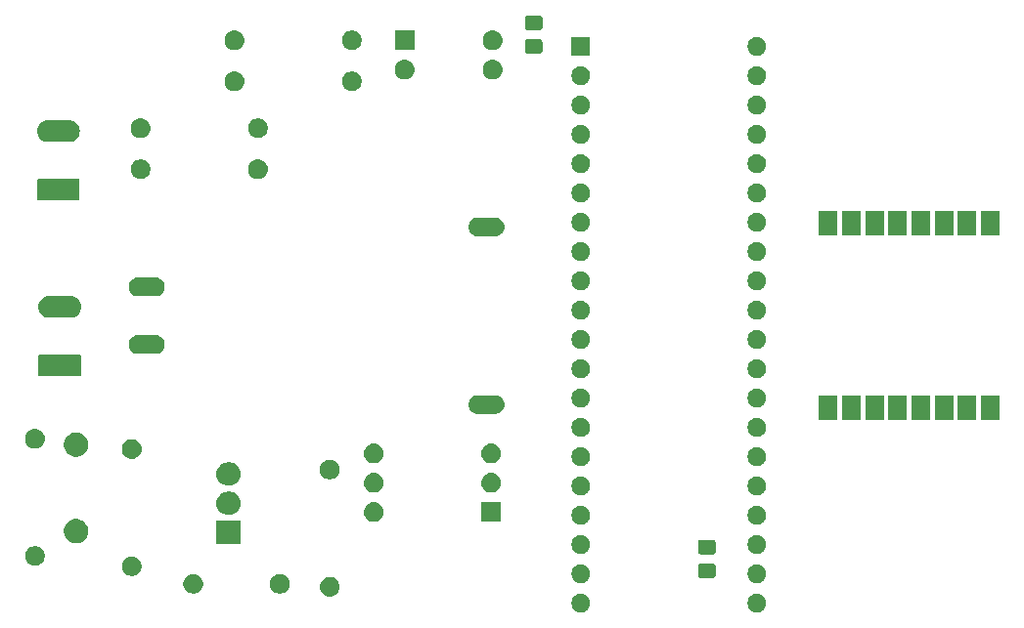
<source format=gbr>
G04 #@! TF.GenerationSoftware,KiCad,Pcbnew,(5.0.2)-1*
G04 #@! TF.CreationDate,2019-03-27T17:40:45+02:00*
G04 #@! TF.ProjectId,vent_sys,76656e74-5f73-4797-932e-6b696361645f,rev?*
G04 #@! TF.SameCoordinates,Original*
G04 #@! TF.FileFunction,Soldermask,Bot*
G04 #@! TF.FilePolarity,Negative*
%FSLAX46Y46*%
G04 Gerber Fmt 4.6, Leading zero omitted, Abs format (unit mm)*
G04 Created by KiCad (PCBNEW (5.0.2)-1) date 27.03.2019 17:40:45*
%MOMM*%
%LPD*%
G01*
G04 APERTURE LIST*
%ADD10C,0.100000*%
G04 APERTURE END LIST*
D10*
G36*
X126242143Y-99823243D02*
X126390103Y-99884531D01*
X126523259Y-99973503D01*
X126636499Y-100086743D01*
X126725471Y-100219899D01*
X126786759Y-100367859D01*
X126818001Y-100524926D01*
X126818001Y-100685076D01*
X126786759Y-100842143D01*
X126725471Y-100990103D01*
X126636499Y-101123259D01*
X126523259Y-101236499D01*
X126390103Y-101325471D01*
X126242143Y-101386759D01*
X126085076Y-101418001D01*
X125924926Y-101418001D01*
X125767859Y-101386759D01*
X125619899Y-101325471D01*
X125486743Y-101236499D01*
X125373503Y-101123259D01*
X125284531Y-100990103D01*
X125223243Y-100842143D01*
X125192001Y-100685076D01*
X125192001Y-100524926D01*
X125223243Y-100367859D01*
X125284531Y-100219899D01*
X125373503Y-100086743D01*
X125486743Y-99973503D01*
X125619899Y-99884531D01*
X125767859Y-99823243D01*
X125924926Y-99792001D01*
X126085076Y-99792001D01*
X126242143Y-99823243D01*
X126242143Y-99823243D01*
G37*
G36*
X111002143Y-99823243D02*
X111150103Y-99884531D01*
X111283259Y-99973503D01*
X111396499Y-100086743D01*
X111485471Y-100219899D01*
X111546759Y-100367859D01*
X111578001Y-100524926D01*
X111578001Y-100685076D01*
X111546759Y-100842143D01*
X111485471Y-100990103D01*
X111396499Y-101123259D01*
X111283259Y-101236499D01*
X111150103Y-101325471D01*
X111002143Y-101386759D01*
X110845076Y-101418001D01*
X110684926Y-101418001D01*
X110527859Y-101386759D01*
X110379899Y-101325471D01*
X110246743Y-101236499D01*
X110133503Y-101123259D01*
X110044531Y-100990103D01*
X109983243Y-100842143D01*
X109952001Y-100685076D01*
X109952001Y-100524926D01*
X109983243Y-100367859D01*
X110044531Y-100219899D01*
X110133503Y-100086743D01*
X110246743Y-99973503D01*
X110379899Y-99884531D01*
X110527859Y-99823243D01*
X110684926Y-99792001D01*
X110845076Y-99792001D01*
X111002143Y-99823243D01*
X111002143Y-99823243D01*
G37*
G36*
X89193821Y-98348313D02*
X89193824Y-98348314D01*
X89193825Y-98348314D01*
X89354239Y-98396975D01*
X89354241Y-98396976D01*
X89354244Y-98396977D01*
X89502078Y-98475995D01*
X89631659Y-98582341D01*
X89738005Y-98711922D01*
X89817023Y-98859756D01*
X89865687Y-99020179D01*
X89882117Y-99187000D01*
X89865687Y-99353821D01*
X89817023Y-99514244D01*
X89738005Y-99662078D01*
X89631659Y-99791659D01*
X89502078Y-99898005D01*
X89354244Y-99977023D01*
X89354241Y-99977024D01*
X89354239Y-99977025D01*
X89193825Y-100025686D01*
X89193824Y-100025686D01*
X89193821Y-100025687D01*
X89068804Y-100038000D01*
X88985196Y-100038000D01*
X88860179Y-100025687D01*
X88860176Y-100025686D01*
X88860175Y-100025686D01*
X88699761Y-99977025D01*
X88699759Y-99977024D01*
X88699756Y-99977023D01*
X88551922Y-99898005D01*
X88422341Y-99791659D01*
X88315995Y-99662078D01*
X88236977Y-99514244D01*
X88188313Y-99353821D01*
X88171883Y-99187000D01*
X88188313Y-99020179D01*
X88236977Y-98859756D01*
X88315995Y-98711922D01*
X88422341Y-98582341D01*
X88551922Y-98475995D01*
X88699756Y-98396977D01*
X88699759Y-98396976D01*
X88699761Y-98396975D01*
X88860175Y-98348314D01*
X88860176Y-98348314D01*
X88860179Y-98348313D01*
X88985196Y-98336000D01*
X89068804Y-98336000D01*
X89193821Y-98348313D01*
X89193821Y-98348313D01*
G37*
G36*
X77457228Y-98114703D02*
X77612100Y-98178853D01*
X77751481Y-98271985D01*
X77870015Y-98390519D01*
X77963147Y-98529900D01*
X78027297Y-98684772D01*
X78060000Y-98849184D01*
X78060000Y-99016816D01*
X78027297Y-99181228D01*
X77963147Y-99336100D01*
X77870015Y-99475481D01*
X77751481Y-99594015D01*
X77612100Y-99687147D01*
X77457228Y-99751297D01*
X77292816Y-99784000D01*
X77125184Y-99784000D01*
X76960772Y-99751297D01*
X76805900Y-99687147D01*
X76666519Y-99594015D01*
X76547985Y-99475481D01*
X76454853Y-99336100D01*
X76390703Y-99181228D01*
X76358000Y-99016816D01*
X76358000Y-98849184D01*
X76390703Y-98684772D01*
X76454853Y-98529900D01*
X76547985Y-98390519D01*
X76666519Y-98271985D01*
X76805900Y-98178853D01*
X76960772Y-98114703D01*
X77125184Y-98082000D01*
X77292816Y-98082000D01*
X77457228Y-98114703D01*
X77457228Y-98114703D01*
G37*
G36*
X84957228Y-98114703D02*
X85112100Y-98178853D01*
X85251481Y-98271985D01*
X85370015Y-98390519D01*
X85463147Y-98529900D01*
X85527297Y-98684772D01*
X85560000Y-98849184D01*
X85560000Y-99016816D01*
X85527297Y-99181228D01*
X85463147Y-99336100D01*
X85370015Y-99475481D01*
X85251481Y-99594015D01*
X85112100Y-99687147D01*
X84957228Y-99751297D01*
X84792816Y-99784000D01*
X84625184Y-99784000D01*
X84460772Y-99751297D01*
X84305900Y-99687147D01*
X84166519Y-99594015D01*
X84047985Y-99475481D01*
X83954853Y-99336100D01*
X83890703Y-99181228D01*
X83858000Y-99016816D01*
X83858000Y-98849184D01*
X83890703Y-98684772D01*
X83954853Y-98529900D01*
X84047985Y-98390519D01*
X84166519Y-98271985D01*
X84305900Y-98178853D01*
X84460772Y-98114703D01*
X84625184Y-98082000D01*
X84792816Y-98082000D01*
X84957228Y-98114703D01*
X84957228Y-98114703D01*
G37*
G36*
X126242143Y-97283243D02*
X126390103Y-97344531D01*
X126523259Y-97433503D01*
X126636499Y-97546743D01*
X126725471Y-97679899D01*
X126786759Y-97827859D01*
X126818001Y-97984926D01*
X126818001Y-98145076D01*
X126786759Y-98302143D01*
X126725471Y-98450103D01*
X126708170Y-98475996D01*
X126637113Y-98582341D01*
X126636499Y-98583259D01*
X126523259Y-98696499D01*
X126390103Y-98785471D01*
X126242143Y-98846759D01*
X126085076Y-98878001D01*
X125924926Y-98878001D01*
X125767859Y-98846759D01*
X125619899Y-98785471D01*
X125486743Y-98696499D01*
X125373503Y-98583259D01*
X125372890Y-98582341D01*
X125301832Y-98475996D01*
X125284531Y-98450103D01*
X125223243Y-98302143D01*
X125192001Y-98145076D01*
X125192001Y-97984926D01*
X125223243Y-97827859D01*
X125284531Y-97679899D01*
X125373503Y-97546743D01*
X125486743Y-97433503D01*
X125619899Y-97344531D01*
X125767859Y-97283243D01*
X125924926Y-97252001D01*
X126085076Y-97252001D01*
X126242143Y-97283243D01*
X126242143Y-97283243D01*
G37*
G36*
X111002143Y-97283243D02*
X111150103Y-97344531D01*
X111283259Y-97433503D01*
X111396499Y-97546743D01*
X111485471Y-97679899D01*
X111546759Y-97827859D01*
X111578001Y-97984926D01*
X111578001Y-98145076D01*
X111546759Y-98302143D01*
X111485471Y-98450103D01*
X111468170Y-98475996D01*
X111397113Y-98582341D01*
X111396499Y-98583259D01*
X111283259Y-98696499D01*
X111150103Y-98785471D01*
X111002143Y-98846759D01*
X110845076Y-98878001D01*
X110684926Y-98878001D01*
X110527859Y-98846759D01*
X110379899Y-98785471D01*
X110246743Y-98696499D01*
X110133503Y-98583259D01*
X110132890Y-98582341D01*
X110061832Y-98475996D01*
X110044531Y-98450103D01*
X109983243Y-98302143D01*
X109952001Y-98145076D01*
X109952001Y-97984926D01*
X109983243Y-97827859D01*
X110044531Y-97679899D01*
X110133503Y-97546743D01*
X110246743Y-97433503D01*
X110379899Y-97344531D01*
X110527859Y-97283243D01*
X110684926Y-97252001D01*
X110845076Y-97252001D01*
X111002143Y-97283243D01*
X111002143Y-97283243D01*
G37*
G36*
X122254677Y-97177465D02*
X122292364Y-97188898D01*
X122327103Y-97207466D01*
X122357548Y-97232452D01*
X122382534Y-97262897D01*
X122401102Y-97297636D01*
X122412535Y-97335323D01*
X122417000Y-97380661D01*
X122417000Y-98217339D01*
X122412535Y-98262677D01*
X122401102Y-98300364D01*
X122382534Y-98335103D01*
X122357548Y-98365548D01*
X122327103Y-98390534D01*
X122292364Y-98409102D01*
X122254677Y-98420535D01*
X122209339Y-98425000D01*
X121122661Y-98425000D01*
X121077323Y-98420535D01*
X121039636Y-98409102D01*
X121004897Y-98390534D01*
X120974452Y-98365548D01*
X120949466Y-98335103D01*
X120930898Y-98300364D01*
X120919465Y-98262677D01*
X120915000Y-98217339D01*
X120915000Y-97380661D01*
X120919465Y-97335323D01*
X120930898Y-97297636D01*
X120949466Y-97262897D01*
X120974452Y-97232452D01*
X121004897Y-97207466D01*
X121039636Y-97188898D01*
X121077323Y-97177465D01*
X121122661Y-97173000D01*
X122209339Y-97173000D01*
X122254677Y-97177465D01*
X122254677Y-97177465D01*
G37*
G36*
X72130228Y-96590703D02*
X72285100Y-96654853D01*
X72424481Y-96747985D01*
X72543015Y-96866519D01*
X72636147Y-97005900D01*
X72700297Y-97160772D01*
X72733000Y-97325184D01*
X72733000Y-97492816D01*
X72700297Y-97657228D01*
X72636147Y-97812100D01*
X72543015Y-97951481D01*
X72424481Y-98070015D01*
X72285100Y-98163147D01*
X72130228Y-98227297D01*
X71965816Y-98260000D01*
X71798184Y-98260000D01*
X71633772Y-98227297D01*
X71478900Y-98163147D01*
X71339519Y-98070015D01*
X71220985Y-97951481D01*
X71127853Y-97812100D01*
X71063703Y-97657228D01*
X71031000Y-97492816D01*
X71031000Y-97325184D01*
X71063703Y-97160772D01*
X71127853Y-97005900D01*
X71220985Y-96866519D01*
X71339519Y-96747985D01*
X71478900Y-96654853D01*
X71633772Y-96590703D01*
X71798184Y-96558000D01*
X71965816Y-96558000D01*
X72130228Y-96590703D01*
X72130228Y-96590703D01*
G37*
G36*
X63748228Y-95701703D02*
X63903100Y-95765853D01*
X64042481Y-95858985D01*
X64161015Y-95977519D01*
X64254147Y-96116900D01*
X64318297Y-96271772D01*
X64351000Y-96436184D01*
X64351000Y-96603816D01*
X64318297Y-96768228D01*
X64254147Y-96923100D01*
X64161015Y-97062481D01*
X64042481Y-97181015D01*
X63903100Y-97274147D01*
X63748228Y-97338297D01*
X63583816Y-97371000D01*
X63416184Y-97371000D01*
X63251772Y-97338297D01*
X63096900Y-97274147D01*
X62957519Y-97181015D01*
X62838985Y-97062481D01*
X62745853Y-96923100D01*
X62681703Y-96768228D01*
X62649000Y-96603816D01*
X62649000Y-96436184D01*
X62681703Y-96271772D01*
X62745853Y-96116900D01*
X62838985Y-95977519D01*
X62957519Y-95858985D01*
X63096900Y-95765853D01*
X63251772Y-95701703D01*
X63416184Y-95669000D01*
X63583816Y-95669000D01*
X63748228Y-95701703D01*
X63748228Y-95701703D01*
G37*
G36*
X122254677Y-95127465D02*
X122292364Y-95138898D01*
X122327103Y-95157466D01*
X122357548Y-95182452D01*
X122382534Y-95212897D01*
X122401102Y-95247636D01*
X122412535Y-95285323D01*
X122417000Y-95330661D01*
X122417000Y-96167339D01*
X122412535Y-96212677D01*
X122401102Y-96250364D01*
X122382534Y-96285103D01*
X122357548Y-96315548D01*
X122327103Y-96340534D01*
X122292364Y-96359102D01*
X122254677Y-96370535D01*
X122209339Y-96375000D01*
X121122661Y-96375000D01*
X121077323Y-96370535D01*
X121039636Y-96359102D01*
X121004897Y-96340534D01*
X120974452Y-96315548D01*
X120949466Y-96285103D01*
X120930898Y-96250364D01*
X120919465Y-96212677D01*
X120915000Y-96167339D01*
X120915000Y-95330661D01*
X120919465Y-95285323D01*
X120930898Y-95247636D01*
X120949466Y-95212897D01*
X120974452Y-95182452D01*
X121004897Y-95157466D01*
X121039636Y-95138898D01*
X121077323Y-95127465D01*
X121122661Y-95123000D01*
X122209339Y-95123000D01*
X122254677Y-95127465D01*
X122254677Y-95127465D01*
G37*
G36*
X126242143Y-94743243D02*
X126390103Y-94804531D01*
X126523259Y-94893503D01*
X126636499Y-95006743D01*
X126725471Y-95139899D01*
X126786759Y-95287859D01*
X126818001Y-95444926D01*
X126818001Y-95605076D01*
X126786759Y-95762143D01*
X126725471Y-95910103D01*
X126636499Y-96043259D01*
X126523259Y-96156499D01*
X126390103Y-96245471D01*
X126390102Y-96245472D01*
X126390101Y-96245472D01*
X126369421Y-96254038D01*
X126242143Y-96306759D01*
X126085076Y-96338001D01*
X125924926Y-96338001D01*
X125767859Y-96306759D01*
X125640581Y-96254038D01*
X125619901Y-96245472D01*
X125619900Y-96245472D01*
X125619899Y-96245471D01*
X125486743Y-96156499D01*
X125373503Y-96043259D01*
X125284531Y-95910103D01*
X125223243Y-95762143D01*
X125192001Y-95605076D01*
X125192001Y-95444926D01*
X125223243Y-95287859D01*
X125284531Y-95139899D01*
X125373503Y-95006743D01*
X125486743Y-94893503D01*
X125619899Y-94804531D01*
X125767859Y-94743243D01*
X125924926Y-94712001D01*
X126085076Y-94712001D01*
X126242143Y-94743243D01*
X126242143Y-94743243D01*
G37*
G36*
X111002143Y-94743243D02*
X111150103Y-94804531D01*
X111283259Y-94893503D01*
X111396499Y-95006743D01*
X111485471Y-95139899D01*
X111546759Y-95287859D01*
X111578001Y-95444926D01*
X111578001Y-95605076D01*
X111546759Y-95762143D01*
X111485471Y-95910103D01*
X111396499Y-96043259D01*
X111283259Y-96156499D01*
X111150103Y-96245471D01*
X111150102Y-96245472D01*
X111150101Y-96245472D01*
X111129421Y-96254038D01*
X111002143Y-96306759D01*
X110845076Y-96338001D01*
X110684926Y-96338001D01*
X110527859Y-96306759D01*
X110400581Y-96254038D01*
X110379901Y-96245472D01*
X110379900Y-96245472D01*
X110379899Y-96245471D01*
X110246743Y-96156499D01*
X110133503Y-96043259D01*
X110044531Y-95910103D01*
X109983243Y-95762143D01*
X109952001Y-95605076D01*
X109952001Y-95444926D01*
X109983243Y-95287859D01*
X110044531Y-95139899D01*
X110133503Y-95006743D01*
X110246743Y-94893503D01*
X110379899Y-94804531D01*
X110527859Y-94743243D01*
X110684926Y-94712001D01*
X110845076Y-94712001D01*
X111002143Y-94743243D01*
X111002143Y-94743243D01*
G37*
G36*
X81315000Y-95491500D02*
X79213000Y-95491500D01*
X79213000Y-93484500D01*
X81315000Y-93484500D01*
X81315000Y-95491500D01*
X81315000Y-95491500D01*
G37*
G36*
X67362565Y-93350389D02*
X67553834Y-93429615D01*
X67725976Y-93544637D01*
X67872363Y-93691024D01*
X67987385Y-93863166D01*
X68066611Y-94054435D01*
X68107000Y-94257484D01*
X68107000Y-94464516D01*
X68066611Y-94667565D01*
X67987385Y-94858834D01*
X67872363Y-95030976D01*
X67725976Y-95177363D01*
X67553834Y-95292385D01*
X67362565Y-95371611D01*
X67159516Y-95412000D01*
X66952484Y-95412000D01*
X66749435Y-95371611D01*
X66558166Y-95292385D01*
X66386024Y-95177363D01*
X66239637Y-95030976D01*
X66124615Y-94858834D01*
X66045389Y-94667565D01*
X66005000Y-94464516D01*
X66005000Y-94257484D01*
X66045389Y-94054435D01*
X66124615Y-93863166D01*
X66239637Y-93691024D01*
X66386024Y-93544637D01*
X66558166Y-93429615D01*
X66749435Y-93350389D01*
X66952484Y-93310000D01*
X67159516Y-93310000D01*
X67362565Y-93350389D01*
X67362565Y-93350389D01*
G37*
G36*
X126242143Y-92203243D02*
X126390103Y-92264531D01*
X126523259Y-92353503D01*
X126636499Y-92466743D01*
X126725471Y-92599899D01*
X126786759Y-92747859D01*
X126818001Y-92904926D01*
X126818001Y-93065076D01*
X126786759Y-93222143D01*
X126750367Y-93310000D01*
X126725472Y-93370101D01*
X126638662Y-93500023D01*
X126636499Y-93503259D01*
X126523259Y-93616499D01*
X126390103Y-93705471D01*
X126242143Y-93766759D01*
X126085076Y-93798001D01*
X125924926Y-93798001D01*
X125767859Y-93766759D01*
X125619899Y-93705471D01*
X125486743Y-93616499D01*
X125373503Y-93503259D01*
X125371341Y-93500023D01*
X125284530Y-93370101D01*
X125259635Y-93310000D01*
X125223243Y-93222143D01*
X125192001Y-93065076D01*
X125192001Y-92904926D01*
X125223243Y-92747859D01*
X125284531Y-92599899D01*
X125373503Y-92466743D01*
X125486743Y-92353503D01*
X125619899Y-92264531D01*
X125767859Y-92203243D01*
X125924926Y-92172001D01*
X126085076Y-92172001D01*
X126242143Y-92203243D01*
X126242143Y-92203243D01*
G37*
G36*
X111002143Y-92203243D02*
X111150103Y-92264531D01*
X111283259Y-92353503D01*
X111396499Y-92466743D01*
X111485471Y-92599899D01*
X111546759Y-92747859D01*
X111578001Y-92904926D01*
X111578001Y-93065076D01*
X111546759Y-93222143D01*
X111510367Y-93310000D01*
X111485472Y-93370101D01*
X111398662Y-93500023D01*
X111396499Y-93503259D01*
X111283259Y-93616499D01*
X111150103Y-93705471D01*
X111002143Y-93766759D01*
X110845076Y-93798001D01*
X110684926Y-93798001D01*
X110527859Y-93766759D01*
X110379899Y-93705471D01*
X110246743Y-93616499D01*
X110133503Y-93503259D01*
X110131341Y-93500023D01*
X110044530Y-93370101D01*
X110019635Y-93310000D01*
X109983243Y-93222143D01*
X109952001Y-93065076D01*
X109952001Y-92904926D01*
X109983243Y-92747859D01*
X110044531Y-92599899D01*
X110133503Y-92466743D01*
X110246743Y-92353503D01*
X110379899Y-92264531D01*
X110527859Y-92203243D01*
X110684926Y-92172001D01*
X110845076Y-92172001D01*
X111002143Y-92203243D01*
X111002143Y-92203243D01*
G37*
G36*
X103848000Y-93561000D02*
X102146000Y-93561000D01*
X102146000Y-91859000D01*
X103848000Y-91859000D01*
X103848000Y-93561000D01*
X103848000Y-93561000D01*
G37*
G36*
X93003821Y-91871313D02*
X93003824Y-91871314D01*
X93003825Y-91871314D01*
X93164239Y-91919975D01*
X93164241Y-91919976D01*
X93164244Y-91919977D01*
X93312078Y-91998995D01*
X93441659Y-92105341D01*
X93548005Y-92234922D01*
X93627023Y-92382756D01*
X93627024Y-92382759D01*
X93627025Y-92382761D01*
X93652501Y-92466744D01*
X93675687Y-92543179D01*
X93692117Y-92710000D01*
X93675687Y-92876821D01*
X93675686Y-92876824D01*
X93675686Y-92876825D01*
X93653034Y-92951500D01*
X93627023Y-93037244D01*
X93548005Y-93185078D01*
X93441659Y-93314659D01*
X93312078Y-93421005D01*
X93164244Y-93500023D01*
X93164241Y-93500024D01*
X93164239Y-93500025D01*
X93003825Y-93548686D01*
X93003824Y-93548686D01*
X93003821Y-93548687D01*
X92878804Y-93561000D01*
X92795196Y-93561000D01*
X92670179Y-93548687D01*
X92670176Y-93548686D01*
X92670175Y-93548686D01*
X92509761Y-93500025D01*
X92509759Y-93500024D01*
X92509756Y-93500023D01*
X92361922Y-93421005D01*
X92232341Y-93314659D01*
X92125995Y-93185078D01*
X92046977Y-93037244D01*
X92020967Y-92951500D01*
X91998314Y-92876825D01*
X91998314Y-92876824D01*
X91998313Y-92876821D01*
X91981883Y-92710000D01*
X91998313Y-92543179D01*
X92021499Y-92466744D01*
X92046975Y-92382761D01*
X92046976Y-92382759D01*
X92046977Y-92382756D01*
X92125995Y-92234922D01*
X92232341Y-92105341D01*
X92361922Y-91998995D01*
X92509756Y-91919977D01*
X92509759Y-91919976D01*
X92509761Y-91919975D01*
X92670175Y-91871314D01*
X92670176Y-91871314D01*
X92670179Y-91871313D01*
X92795196Y-91859000D01*
X92878804Y-91859000D01*
X93003821Y-91871313D01*
X93003821Y-91871313D01*
G37*
G36*
X80419764Y-90950308D02*
X80508220Y-90959020D01*
X80697381Y-91016401D01*
X80871712Y-91109583D01*
X81024515Y-91234985D01*
X81149917Y-91387788D01*
X81243099Y-91562119D01*
X81300480Y-91751280D01*
X81319855Y-91948000D01*
X81300480Y-92144720D01*
X81243099Y-92333881D01*
X81149917Y-92508212D01*
X81024515Y-92661015D01*
X80871712Y-92786417D01*
X80697381Y-92879599D01*
X80508220Y-92936980D01*
X80419764Y-92945692D01*
X80360796Y-92951500D01*
X80167204Y-92951500D01*
X80108236Y-92945692D01*
X80019780Y-92936980D01*
X79830619Y-92879599D01*
X79656288Y-92786417D01*
X79503485Y-92661015D01*
X79378083Y-92508212D01*
X79284901Y-92333881D01*
X79227520Y-92144720D01*
X79208145Y-91948000D01*
X79227520Y-91751280D01*
X79284901Y-91562119D01*
X79378083Y-91387788D01*
X79503485Y-91234985D01*
X79656288Y-91109583D01*
X79830619Y-91016401D01*
X80019780Y-90959020D01*
X80108236Y-90950308D01*
X80167204Y-90944500D01*
X80360796Y-90944500D01*
X80419764Y-90950308D01*
X80419764Y-90950308D01*
G37*
G36*
X126242143Y-89663243D02*
X126390103Y-89724531D01*
X126523259Y-89813503D01*
X126636499Y-89926743D01*
X126725471Y-90059899D01*
X126786759Y-90207859D01*
X126818001Y-90364926D01*
X126818001Y-90525076D01*
X126786759Y-90682143D01*
X126748437Y-90774659D01*
X126725472Y-90830101D01*
X126638662Y-90960023D01*
X126636499Y-90963259D01*
X126523259Y-91076499D01*
X126390103Y-91165471D01*
X126242143Y-91226759D01*
X126085076Y-91258001D01*
X125924926Y-91258001D01*
X125767859Y-91226759D01*
X125619899Y-91165471D01*
X125486743Y-91076499D01*
X125373503Y-90963259D01*
X125371341Y-90960023D01*
X125284530Y-90830101D01*
X125261565Y-90774659D01*
X125223243Y-90682143D01*
X125192001Y-90525076D01*
X125192001Y-90364926D01*
X125223243Y-90207859D01*
X125284531Y-90059899D01*
X125373503Y-89926743D01*
X125486743Y-89813503D01*
X125619899Y-89724531D01*
X125767859Y-89663243D01*
X125924926Y-89632001D01*
X126085076Y-89632001D01*
X126242143Y-89663243D01*
X126242143Y-89663243D01*
G37*
G36*
X111002143Y-89663243D02*
X111150103Y-89724531D01*
X111283259Y-89813503D01*
X111396499Y-89926743D01*
X111485471Y-90059899D01*
X111546759Y-90207859D01*
X111578001Y-90364926D01*
X111578001Y-90525076D01*
X111546759Y-90682143D01*
X111508437Y-90774659D01*
X111485472Y-90830101D01*
X111398662Y-90960023D01*
X111396499Y-90963259D01*
X111283259Y-91076499D01*
X111150103Y-91165471D01*
X111002143Y-91226759D01*
X110845076Y-91258001D01*
X110684926Y-91258001D01*
X110527859Y-91226759D01*
X110379899Y-91165471D01*
X110246743Y-91076499D01*
X110133503Y-90963259D01*
X110131341Y-90960023D01*
X110044530Y-90830101D01*
X110021565Y-90774659D01*
X109983243Y-90682143D01*
X109952001Y-90525076D01*
X109952001Y-90364926D01*
X109983243Y-90207859D01*
X110044531Y-90059899D01*
X110133503Y-89926743D01*
X110246743Y-89813503D01*
X110379899Y-89724531D01*
X110527859Y-89663243D01*
X110684926Y-89632001D01*
X110845076Y-89632001D01*
X111002143Y-89663243D01*
X111002143Y-89663243D01*
G37*
G36*
X103163821Y-89331313D02*
X103163824Y-89331314D01*
X103163825Y-89331314D01*
X103324239Y-89379975D01*
X103324241Y-89379976D01*
X103324244Y-89379977D01*
X103472078Y-89458995D01*
X103601659Y-89565341D01*
X103708005Y-89694922D01*
X103787023Y-89842756D01*
X103787024Y-89842759D01*
X103787025Y-89842761D01*
X103812501Y-89926744D01*
X103835687Y-90003179D01*
X103852117Y-90170000D01*
X103835687Y-90336821D01*
X103835686Y-90336824D01*
X103835686Y-90336825D01*
X103813034Y-90411500D01*
X103787023Y-90497244D01*
X103708005Y-90645078D01*
X103601659Y-90774659D01*
X103472078Y-90881005D01*
X103324244Y-90960023D01*
X103324241Y-90960024D01*
X103324239Y-90960025D01*
X103163825Y-91008686D01*
X103163824Y-91008686D01*
X103163821Y-91008687D01*
X103038804Y-91021000D01*
X102955196Y-91021000D01*
X102830179Y-91008687D01*
X102830176Y-91008686D01*
X102830175Y-91008686D01*
X102669761Y-90960025D01*
X102669759Y-90960024D01*
X102669756Y-90960023D01*
X102521922Y-90881005D01*
X102392341Y-90774659D01*
X102285995Y-90645078D01*
X102206977Y-90497244D01*
X102180967Y-90411500D01*
X102158314Y-90336825D01*
X102158314Y-90336824D01*
X102158313Y-90336821D01*
X102141883Y-90170000D01*
X102158313Y-90003179D01*
X102181499Y-89926744D01*
X102206975Y-89842761D01*
X102206976Y-89842759D01*
X102206977Y-89842756D01*
X102285995Y-89694922D01*
X102392341Y-89565341D01*
X102521922Y-89458995D01*
X102669756Y-89379977D01*
X102669759Y-89379976D01*
X102669761Y-89379975D01*
X102830175Y-89331314D01*
X102830176Y-89331314D01*
X102830179Y-89331313D01*
X102955196Y-89319000D01*
X103038804Y-89319000D01*
X103163821Y-89331313D01*
X103163821Y-89331313D01*
G37*
G36*
X93003821Y-89331313D02*
X93003824Y-89331314D01*
X93003825Y-89331314D01*
X93164239Y-89379975D01*
X93164241Y-89379976D01*
X93164244Y-89379977D01*
X93312078Y-89458995D01*
X93441659Y-89565341D01*
X93548005Y-89694922D01*
X93627023Y-89842756D01*
X93627024Y-89842759D01*
X93627025Y-89842761D01*
X93652501Y-89926744D01*
X93675687Y-90003179D01*
X93692117Y-90170000D01*
X93675687Y-90336821D01*
X93675686Y-90336824D01*
X93675686Y-90336825D01*
X93653034Y-90411500D01*
X93627023Y-90497244D01*
X93548005Y-90645078D01*
X93441659Y-90774659D01*
X93312078Y-90881005D01*
X93164244Y-90960023D01*
X93164241Y-90960024D01*
X93164239Y-90960025D01*
X93003825Y-91008686D01*
X93003824Y-91008686D01*
X93003821Y-91008687D01*
X92878804Y-91021000D01*
X92795196Y-91021000D01*
X92670179Y-91008687D01*
X92670176Y-91008686D01*
X92670175Y-91008686D01*
X92509761Y-90960025D01*
X92509759Y-90960024D01*
X92509756Y-90960023D01*
X92361922Y-90881005D01*
X92232341Y-90774659D01*
X92125995Y-90645078D01*
X92046977Y-90497244D01*
X92020967Y-90411500D01*
X91998314Y-90336825D01*
X91998314Y-90336824D01*
X91998313Y-90336821D01*
X91981883Y-90170000D01*
X91998313Y-90003179D01*
X92021499Y-89926744D01*
X92046975Y-89842761D01*
X92046976Y-89842759D01*
X92046977Y-89842756D01*
X92125995Y-89694922D01*
X92232341Y-89565341D01*
X92361922Y-89458995D01*
X92509756Y-89379977D01*
X92509759Y-89379976D01*
X92509761Y-89379975D01*
X92670175Y-89331314D01*
X92670176Y-89331314D01*
X92670179Y-89331313D01*
X92795196Y-89319000D01*
X92878804Y-89319000D01*
X93003821Y-89331313D01*
X93003821Y-89331313D01*
G37*
G36*
X80419764Y-88410308D02*
X80508220Y-88419020D01*
X80697381Y-88476401D01*
X80871712Y-88569583D01*
X81024515Y-88694985D01*
X81149917Y-88847788D01*
X81243099Y-89022119D01*
X81300480Y-89211280D01*
X81319855Y-89408000D01*
X81300480Y-89604720D01*
X81243099Y-89793881D01*
X81149917Y-89968212D01*
X81024515Y-90121015D01*
X80871712Y-90246417D01*
X80697381Y-90339599D01*
X80508220Y-90396980D01*
X80419764Y-90405692D01*
X80360796Y-90411500D01*
X80167204Y-90411500D01*
X80108236Y-90405692D01*
X80019780Y-90396980D01*
X79830619Y-90339599D01*
X79656288Y-90246417D01*
X79503485Y-90121015D01*
X79378083Y-89968212D01*
X79284901Y-89793881D01*
X79227520Y-89604720D01*
X79208145Y-89408000D01*
X79227520Y-89211280D01*
X79284901Y-89022119D01*
X79378083Y-88847788D01*
X79503485Y-88694985D01*
X79656288Y-88569583D01*
X79830619Y-88476401D01*
X80019780Y-88419020D01*
X80108236Y-88410308D01*
X80167204Y-88404500D01*
X80360796Y-88404500D01*
X80419764Y-88410308D01*
X80419764Y-88410308D01*
G37*
G36*
X89275228Y-88208703D02*
X89430100Y-88272853D01*
X89569481Y-88365985D01*
X89688015Y-88484519D01*
X89781147Y-88623900D01*
X89845297Y-88778772D01*
X89878000Y-88943184D01*
X89878000Y-89110816D01*
X89845297Y-89275228D01*
X89781147Y-89430100D01*
X89688015Y-89569481D01*
X89569481Y-89688015D01*
X89430100Y-89781147D01*
X89275228Y-89845297D01*
X89110816Y-89878000D01*
X88943184Y-89878000D01*
X88778772Y-89845297D01*
X88623900Y-89781147D01*
X88484519Y-89688015D01*
X88365985Y-89569481D01*
X88272853Y-89430100D01*
X88208703Y-89275228D01*
X88176000Y-89110816D01*
X88176000Y-88943184D01*
X88208703Y-88778772D01*
X88272853Y-88623900D01*
X88365985Y-88484519D01*
X88484519Y-88365985D01*
X88623900Y-88272853D01*
X88778772Y-88208703D01*
X88943184Y-88176000D01*
X89110816Y-88176000D01*
X89275228Y-88208703D01*
X89275228Y-88208703D01*
G37*
G36*
X111002143Y-87123243D02*
X111150103Y-87184531D01*
X111283259Y-87273503D01*
X111396499Y-87386743D01*
X111485471Y-87519899D01*
X111546759Y-87667859D01*
X111578001Y-87824926D01*
X111578001Y-87985076D01*
X111546759Y-88142143D01*
X111519188Y-88208704D01*
X111485472Y-88290101D01*
X111398662Y-88420023D01*
X111396499Y-88423259D01*
X111283259Y-88536499D01*
X111150103Y-88625471D01*
X111002143Y-88686759D01*
X110845076Y-88718001D01*
X110684926Y-88718001D01*
X110527859Y-88686759D01*
X110379899Y-88625471D01*
X110246743Y-88536499D01*
X110133503Y-88423259D01*
X110131341Y-88420023D01*
X110044530Y-88290101D01*
X110010814Y-88208704D01*
X109983243Y-88142143D01*
X109952001Y-87985076D01*
X109952001Y-87824926D01*
X109983243Y-87667859D01*
X110044531Y-87519899D01*
X110133503Y-87386743D01*
X110246743Y-87273503D01*
X110379899Y-87184531D01*
X110527859Y-87123243D01*
X110684926Y-87092001D01*
X110845076Y-87092001D01*
X111002143Y-87123243D01*
X111002143Y-87123243D01*
G37*
G36*
X126242143Y-87123243D02*
X126390103Y-87184531D01*
X126523259Y-87273503D01*
X126636499Y-87386743D01*
X126725471Y-87519899D01*
X126786759Y-87667859D01*
X126818001Y-87824926D01*
X126818001Y-87985076D01*
X126786759Y-88142143D01*
X126759188Y-88208704D01*
X126725472Y-88290101D01*
X126638662Y-88420023D01*
X126636499Y-88423259D01*
X126523259Y-88536499D01*
X126390103Y-88625471D01*
X126242143Y-88686759D01*
X126085076Y-88718001D01*
X125924926Y-88718001D01*
X125767859Y-88686759D01*
X125619899Y-88625471D01*
X125486743Y-88536499D01*
X125373503Y-88423259D01*
X125371341Y-88420023D01*
X125284530Y-88290101D01*
X125250814Y-88208704D01*
X125223243Y-88142143D01*
X125192001Y-87985076D01*
X125192001Y-87824926D01*
X125223243Y-87667859D01*
X125284531Y-87519899D01*
X125373503Y-87386743D01*
X125486743Y-87273503D01*
X125619899Y-87184531D01*
X125767859Y-87123243D01*
X125924926Y-87092001D01*
X126085076Y-87092001D01*
X126242143Y-87123243D01*
X126242143Y-87123243D01*
G37*
G36*
X93003821Y-86791313D02*
X93003824Y-86791314D01*
X93003825Y-86791314D01*
X93164239Y-86839975D01*
X93164241Y-86839976D01*
X93164244Y-86839977D01*
X93312078Y-86918995D01*
X93441659Y-87025341D01*
X93548005Y-87154922D01*
X93627023Y-87302756D01*
X93627024Y-87302759D01*
X93627025Y-87302761D01*
X93675686Y-87463175D01*
X93675687Y-87463179D01*
X93692117Y-87630000D01*
X93675687Y-87796821D01*
X93675686Y-87796824D01*
X93675686Y-87796825D01*
X93658446Y-87853659D01*
X93627023Y-87957244D01*
X93548005Y-88105078D01*
X93441659Y-88234659D01*
X93312078Y-88341005D01*
X93164244Y-88420023D01*
X93164241Y-88420024D01*
X93164239Y-88420025D01*
X93003825Y-88468686D01*
X93003824Y-88468686D01*
X93003821Y-88468687D01*
X92878804Y-88481000D01*
X92795196Y-88481000D01*
X92670179Y-88468687D01*
X92670176Y-88468686D01*
X92670175Y-88468686D01*
X92509761Y-88420025D01*
X92509759Y-88420024D01*
X92509756Y-88420023D01*
X92361922Y-88341005D01*
X92232341Y-88234659D01*
X92125995Y-88105078D01*
X92046977Y-87957244D01*
X92015555Y-87853659D01*
X91998314Y-87796825D01*
X91998314Y-87796824D01*
X91998313Y-87796821D01*
X91981883Y-87630000D01*
X91998313Y-87463179D01*
X91998314Y-87463175D01*
X92046975Y-87302761D01*
X92046976Y-87302759D01*
X92046977Y-87302756D01*
X92125995Y-87154922D01*
X92232341Y-87025341D01*
X92361922Y-86918995D01*
X92509756Y-86839977D01*
X92509759Y-86839976D01*
X92509761Y-86839975D01*
X92670175Y-86791314D01*
X92670176Y-86791314D01*
X92670179Y-86791313D01*
X92795196Y-86779000D01*
X92878804Y-86779000D01*
X93003821Y-86791313D01*
X93003821Y-86791313D01*
G37*
G36*
X103163821Y-86791313D02*
X103163824Y-86791314D01*
X103163825Y-86791314D01*
X103324239Y-86839975D01*
X103324241Y-86839976D01*
X103324244Y-86839977D01*
X103472078Y-86918995D01*
X103601659Y-87025341D01*
X103708005Y-87154922D01*
X103787023Y-87302756D01*
X103787024Y-87302759D01*
X103787025Y-87302761D01*
X103835686Y-87463175D01*
X103835687Y-87463179D01*
X103852117Y-87630000D01*
X103835687Y-87796821D01*
X103835686Y-87796824D01*
X103835686Y-87796825D01*
X103818446Y-87853659D01*
X103787023Y-87957244D01*
X103708005Y-88105078D01*
X103601659Y-88234659D01*
X103472078Y-88341005D01*
X103324244Y-88420023D01*
X103324241Y-88420024D01*
X103324239Y-88420025D01*
X103163825Y-88468686D01*
X103163824Y-88468686D01*
X103163821Y-88468687D01*
X103038804Y-88481000D01*
X102955196Y-88481000D01*
X102830179Y-88468687D01*
X102830176Y-88468686D01*
X102830175Y-88468686D01*
X102669761Y-88420025D01*
X102669759Y-88420024D01*
X102669756Y-88420023D01*
X102521922Y-88341005D01*
X102392341Y-88234659D01*
X102285995Y-88105078D01*
X102206977Y-87957244D01*
X102175555Y-87853659D01*
X102158314Y-87796825D01*
X102158314Y-87796824D01*
X102158313Y-87796821D01*
X102141883Y-87630000D01*
X102158313Y-87463179D01*
X102158314Y-87463175D01*
X102206975Y-87302761D01*
X102206976Y-87302759D01*
X102206977Y-87302756D01*
X102285995Y-87154922D01*
X102392341Y-87025341D01*
X102521922Y-86918995D01*
X102669756Y-86839977D01*
X102669759Y-86839976D01*
X102669761Y-86839975D01*
X102830175Y-86791314D01*
X102830176Y-86791314D01*
X102830179Y-86791313D01*
X102955196Y-86779000D01*
X103038804Y-86779000D01*
X103163821Y-86791313D01*
X103163821Y-86791313D01*
G37*
G36*
X72048821Y-86410313D02*
X72048824Y-86410314D01*
X72048825Y-86410314D01*
X72209239Y-86458975D01*
X72209241Y-86458976D01*
X72209244Y-86458977D01*
X72357078Y-86537995D01*
X72486659Y-86644341D01*
X72593005Y-86773922D01*
X72672023Y-86921756D01*
X72672024Y-86921759D01*
X72672025Y-86921761D01*
X72720686Y-87082175D01*
X72720687Y-87082179D01*
X72737117Y-87249000D01*
X72720687Y-87415821D01*
X72720686Y-87415824D01*
X72720686Y-87415825D01*
X72689116Y-87519899D01*
X72672023Y-87576244D01*
X72593005Y-87724078D01*
X72486659Y-87853659D01*
X72357078Y-87960005D01*
X72209244Y-88039023D01*
X72209241Y-88039024D01*
X72209239Y-88039025D01*
X72048825Y-88087686D01*
X72048824Y-88087686D01*
X72048821Y-88087687D01*
X71923804Y-88100000D01*
X71840196Y-88100000D01*
X71715179Y-88087687D01*
X71715176Y-88087686D01*
X71715175Y-88087686D01*
X71554761Y-88039025D01*
X71554759Y-88039024D01*
X71554756Y-88039023D01*
X71406922Y-87960005D01*
X71277341Y-87853659D01*
X71170995Y-87724078D01*
X71091977Y-87576244D01*
X71074885Y-87519899D01*
X71043314Y-87415825D01*
X71043314Y-87415824D01*
X71043313Y-87415821D01*
X71026883Y-87249000D01*
X71043313Y-87082179D01*
X71043314Y-87082175D01*
X71091975Y-86921761D01*
X71091976Y-86921759D01*
X71091977Y-86921756D01*
X71170995Y-86773922D01*
X71277341Y-86644341D01*
X71406922Y-86537995D01*
X71554756Y-86458977D01*
X71554759Y-86458976D01*
X71554761Y-86458975D01*
X71715175Y-86410314D01*
X71715176Y-86410314D01*
X71715179Y-86410313D01*
X71840196Y-86398000D01*
X71923804Y-86398000D01*
X72048821Y-86410313D01*
X72048821Y-86410313D01*
G37*
G36*
X67362565Y-85850389D02*
X67553834Y-85929615D01*
X67725976Y-86044637D01*
X67872363Y-86191024D01*
X67987385Y-86363166D01*
X68066611Y-86554435D01*
X68107000Y-86757484D01*
X68107000Y-86964516D01*
X68066611Y-87167565D01*
X67987385Y-87358834D01*
X67872363Y-87530976D01*
X67725976Y-87677363D01*
X67553834Y-87792385D01*
X67362565Y-87871611D01*
X67159516Y-87912000D01*
X66952484Y-87912000D01*
X66749435Y-87871611D01*
X66558166Y-87792385D01*
X66386024Y-87677363D01*
X66239637Y-87530976D01*
X66124615Y-87358834D01*
X66045389Y-87167565D01*
X66005000Y-86964516D01*
X66005000Y-86757484D01*
X66045389Y-86554435D01*
X66124615Y-86363166D01*
X66239637Y-86191024D01*
X66386024Y-86044637D01*
X66558166Y-85929615D01*
X66749435Y-85850389D01*
X66952484Y-85810000D01*
X67159516Y-85810000D01*
X67362565Y-85850389D01*
X67362565Y-85850389D01*
G37*
G36*
X63666821Y-85521313D02*
X63666824Y-85521314D01*
X63666825Y-85521314D01*
X63827239Y-85569975D01*
X63827241Y-85569976D01*
X63827244Y-85569977D01*
X63975078Y-85648995D01*
X64104659Y-85755341D01*
X64211005Y-85884922D01*
X64290023Y-86032756D01*
X64290024Y-86032759D01*
X64290025Y-86032761D01*
X64338034Y-86191027D01*
X64338687Y-86193179D01*
X64355117Y-86360000D01*
X64338687Y-86526821D01*
X64338686Y-86526824D01*
X64338686Y-86526825D01*
X64330311Y-86554435D01*
X64290023Y-86687244D01*
X64211005Y-86835078D01*
X64104659Y-86964659D01*
X63975078Y-87071005D01*
X63827244Y-87150023D01*
X63827241Y-87150024D01*
X63827239Y-87150025D01*
X63666825Y-87198686D01*
X63666824Y-87198686D01*
X63666821Y-87198687D01*
X63541804Y-87211000D01*
X63458196Y-87211000D01*
X63333179Y-87198687D01*
X63333176Y-87198686D01*
X63333175Y-87198686D01*
X63172761Y-87150025D01*
X63172759Y-87150024D01*
X63172756Y-87150023D01*
X63024922Y-87071005D01*
X62895341Y-86964659D01*
X62788995Y-86835078D01*
X62709977Y-86687244D01*
X62669690Y-86554435D01*
X62661314Y-86526825D01*
X62661314Y-86526824D01*
X62661313Y-86526821D01*
X62644883Y-86360000D01*
X62661313Y-86193179D01*
X62661966Y-86191027D01*
X62709975Y-86032761D01*
X62709976Y-86032759D01*
X62709977Y-86032756D01*
X62788995Y-85884922D01*
X62895341Y-85755341D01*
X63024922Y-85648995D01*
X63172756Y-85569977D01*
X63172759Y-85569976D01*
X63172761Y-85569975D01*
X63333175Y-85521314D01*
X63333176Y-85521314D01*
X63333179Y-85521313D01*
X63458196Y-85509000D01*
X63541804Y-85509000D01*
X63666821Y-85521313D01*
X63666821Y-85521313D01*
G37*
G36*
X126242143Y-84583243D02*
X126390103Y-84644531D01*
X126523259Y-84733503D01*
X126636499Y-84846743D01*
X126725471Y-84979899D01*
X126786759Y-85127859D01*
X126818001Y-85284926D01*
X126818001Y-85445076D01*
X126786759Y-85602143D01*
X126739355Y-85716584D01*
X126725472Y-85750101D01*
X126658462Y-85850390D01*
X126636499Y-85883259D01*
X126523259Y-85996499D01*
X126390103Y-86085471D01*
X126242143Y-86146759D01*
X126085076Y-86178001D01*
X125924926Y-86178001D01*
X125767859Y-86146759D01*
X125619899Y-86085471D01*
X125486743Y-85996499D01*
X125373503Y-85883259D01*
X125351541Y-85850390D01*
X125284530Y-85750101D01*
X125270647Y-85716584D01*
X125223243Y-85602143D01*
X125192001Y-85445076D01*
X125192001Y-85284926D01*
X125223243Y-85127859D01*
X125284531Y-84979899D01*
X125373503Y-84846743D01*
X125486743Y-84733503D01*
X125619899Y-84644531D01*
X125767859Y-84583243D01*
X125924926Y-84552001D01*
X126085076Y-84552001D01*
X126242143Y-84583243D01*
X126242143Y-84583243D01*
G37*
G36*
X111002143Y-84583243D02*
X111150103Y-84644531D01*
X111283259Y-84733503D01*
X111396499Y-84846743D01*
X111485471Y-84979899D01*
X111546759Y-85127859D01*
X111578001Y-85284926D01*
X111578001Y-85445076D01*
X111546759Y-85602143D01*
X111499355Y-85716584D01*
X111485472Y-85750101D01*
X111418462Y-85850390D01*
X111396499Y-85883259D01*
X111283259Y-85996499D01*
X111150103Y-86085471D01*
X111002143Y-86146759D01*
X110845076Y-86178001D01*
X110684926Y-86178001D01*
X110527859Y-86146759D01*
X110379899Y-86085471D01*
X110246743Y-85996499D01*
X110133503Y-85883259D01*
X110111541Y-85850390D01*
X110044530Y-85750101D01*
X110030647Y-85716584D01*
X109983243Y-85602143D01*
X109952001Y-85445076D01*
X109952001Y-85284926D01*
X109983243Y-85127859D01*
X110044531Y-84979899D01*
X110133503Y-84846743D01*
X110246743Y-84733503D01*
X110379899Y-84644531D01*
X110527859Y-84583243D01*
X110684926Y-84552001D01*
X110845076Y-84552001D01*
X111002143Y-84583243D01*
X111002143Y-84583243D01*
G37*
G36*
X142993000Y-84743000D02*
X141391000Y-84743000D01*
X141391000Y-82641000D01*
X142993000Y-82641000D01*
X142993000Y-84743000D01*
X142993000Y-84743000D01*
G37*
G36*
X134993000Y-84743000D02*
X133391000Y-84743000D01*
X133391000Y-82641000D01*
X134993000Y-82641000D01*
X134993000Y-84743000D01*
X134993000Y-84743000D01*
G37*
G36*
X132993000Y-84743000D02*
X131391000Y-84743000D01*
X131391000Y-82641000D01*
X132993000Y-82641000D01*
X132993000Y-84743000D01*
X132993000Y-84743000D01*
G37*
G36*
X146993000Y-84743000D02*
X145391000Y-84743000D01*
X145391000Y-82641000D01*
X146993000Y-82641000D01*
X146993000Y-84743000D01*
X146993000Y-84743000D01*
G37*
G36*
X144993000Y-84743000D02*
X143391000Y-84743000D01*
X143391000Y-82641000D01*
X144993000Y-82641000D01*
X144993000Y-84743000D01*
X144993000Y-84743000D01*
G37*
G36*
X136993000Y-84743000D02*
X135391000Y-84743000D01*
X135391000Y-82641000D01*
X136993000Y-82641000D01*
X136993000Y-84743000D01*
X136993000Y-84743000D01*
G37*
G36*
X140993000Y-84743000D02*
X139391000Y-84743000D01*
X139391000Y-82641000D01*
X140993000Y-82641000D01*
X140993000Y-84743000D01*
X140993000Y-84743000D01*
G37*
G36*
X138993000Y-84743000D02*
X137391000Y-84743000D01*
X137391000Y-82641000D01*
X138993000Y-82641000D01*
X138993000Y-84743000D01*
X138993000Y-84743000D01*
G37*
G36*
X103478913Y-82596984D02*
X103495809Y-82598648D01*
X103521099Y-82606320D01*
X103647551Y-82644678D01*
X103787398Y-82719428D01*
X103909975Y-82820025D01*
X104010572Y-82942602D01*
X104085322Y-83082449D01*
X104131352Y-83234192D01*
X104146895Y-83392000D01*
X104131352Y-83549808D01*
X104085322Y-83701551D01*
X104010572Y-83841398D01*
X103909975Y-83963975D01*
X103787398Y-84064572D01*
X103647551Y-84139322D01*
X103521098Y-84177680D01*
X103495809Y-84185352D01*
X103478913Y-84187016D01*
X103377546Y-84197000D01*
X101790454Y-84197000D01*
X101689087Y-84187016D01*
X101672191Y-84185352D01*
X101646902Y-84177680D01*
X101520449Y-84139322D01*
X101380602Y-84064572D01*
X101258025Y-83963975D01*
X101157428Y-83841398D01*
X101082678Y-83701551D01*
X101036648Y-83549808D01*
X101021105Y-83392000D01*
X101036648Y-83234192D01*
X101082678Y-83082449D01*
X101157428Y-82942602D01*
X101258025Y-82820025D01*
X101380602Y-82719428D01*
X101520449Y-82644678D01*
X101646901Y-82606320D01*
X101672191Y-82598648D01*
X101689087Y-82596984D01*
X101790454Y-82587000D01*
X103377546Y-82587000D01*
X103478913Y-82596984D01*
X103478913Y-82596984D01*
G37*
G36*
X111002143Y-82043243D02*
X111150103Y-82104531D01*
X111283259Y-82193503D01*
X111396499Y-82306743D01*
X111485471Y-82439899D01*
X111546759Y-82587859D01*
X111578001Y-82744926D01*
X111578001Y-82905076D01*
X111546759Y-83062143D01*
X111485471Y-83210103D01*
X111396499Y-83343259D01*
X111283259Y-83456499D01*
X111150103Y-83545471D01*
X111150102Y-83545472D01*
X111150101Y-83545472D01*
X111116584Y-83559355D01*
X111002143Y-83606759D01*
X110845076Y-83638001D01*
X110684926Y-83638001D01*
X110527859Y-83606759D01*
X110413418Y-83559355D01*
X110379901Y-83545472D01*
X110379900Y-83545472D01*
X110379899Y-83545471D01*
X110246743Y-83456499D01*
X110133503Y-83343259D01*
X110044531Y-83210103D01*
X109983243Y-83062143D01*
X109952001Y-82905076D01*
X109952001Y-82744926D01*
X109983243Y-82587859D01*
X110044531Y-82439899D01*
X110133503Y-82306743D01*
X110246743Y-82193503D01*
X110379899Y-82104531D01*
X110527859Y-82043243D01*
X110684926Y-82012001D01*
X110845076Y-82012001D01*
X111002143Y-82043243D01*
X111002143Y-82043243D01*
G37*
G36*
X126242143Y-82043243D02*
X126390103Y-82104531D01*
X126523259Y-82193503D01*
X126636499Y-82306743D01*
X126725471Y-82439899D01*
X126786759Y-82587859D01*
X126818001Y-82744926D01*
X126818001Y-82905076D01*
X126786759Y-83062143D01*
X126725471Y-83210103D01*
X126636499Y-83343259D01*
X126523259Y-83456499D01*
X126390103Y-83545471D01*
X126390102Y-83545472D01*
X126390101Y-83545472D01*
X126356584Y-83559355D01*
X126242143Y-83606759D01*
X126085076Y-83638001D01*
X125924926Y-83638001D01*
X125767859Y-83606759D01*
X125653418Y-83559355D01*
X125619901Y-83545472D01*
X125619900Y-83545472D01*
X125619899Y-83545471D01*
X125486743Y-83456499D01*
X125373503Y-83343259D01*
X125284531Y-83210103D01*
X125223243Y-83062143D01*
X125192001Y-82905076D01*
X125192001Y-82744926D01*
X125223243Y-82587859D01*
X125284531Y-82439899D01*
X125373503Y-82306743D01*
X125486743Y-82193503D01*
X125619899Y-82104531D01*
X125767859Y-82043243D01*
X125924926Y-82012001D01*
X126085076Y-82012001D01*
X126242143Y-82043243D01*
X126242143Y-82043243D01*
G37*
G36*
X111002143Y-79503243D02*
X111150103Y-79564531D01*
X111283259Y-79653503D01*
X111396499Y-79766743D01*
X111485471Y-79899899D01*
X111546759Y-80047859D01*
X111578001Y-80204926D01*
X111578001Y-80365076D01*
X111546759Y-80522143D01*
X111499355Y-80636584D01*
X111485472Y-80670101D01*
X111396500Y-80803258D01*
X111283258Y-80916500D01*
X111237304Y-80947205D01*
X111150103Y-81005471D01*
X111002143Y-81066759D01*
X110845076Y-81098001D01*
X110684926Y-81098001D01*
X110527859Y-81066759D01*
X110379899Y-81005471D01*
X110292698Y-80947205D01*
X110246744Y-80916500D01*
X110133502Y-80803258D01*
X110044530Y-80670101D01*
X110030647Y-80636584D01*
X109983243Y-80522143D01*
X109952001Y-80365076D01*
X109952001Y-80204926D01*
X109983243Y-80047859D01*
X110044531Y-79899899D01*
X110133503Y-79766743D01*
X110246743Y-79653503D01*
X110379899Y-79564531D01*
X110527859Y-79503243D01*
X110684926Y-79472001D01*
X110845076Y-79472001D01*
X111002143Y-79503243D01*
X111002143Y-79503243D01*
G37*
G36*
X126242143Y-79503243D02*
X126390103Y-79564531D01*
X126523259Y-79653503D01*
X126636499Y-79766743D01*
X126725471Y-79899899D01*
X126786759Y-80047859D01*
X126818001Y-80204926D01*
X126818001Y-80365076D01*
X126786759Y-80522143D01*
X126739355Y-80636584D01*
X126725472Y-80670101D01*
X126636500Y-80803258D01*
X126523258Y-80916500D01*
X126477304Y-80947205D01*
X126390103Y-81005471D01*
X126242143Y-81066759D01*
X126085076Y-81098001D01*
X125924926Y-81098001D01*
X125767859Y-81066759D01*
X125619899Y-81005471D01*
X125532698Y-80947205D01*
X125486744Y-80916500D01*
X125373502Y-80803258D01*
X125284530Y-80670101D01*
X125270647Y-80636584D01*
X125223243Y-80522143D01*
X125192001Y-80365076D01*
X125192001Y-80204926D01*
X125223243Y-80047859D01*
X125284531Y-79899899D01*
X125373503Y-79766743D01*
X125486743Y-79653503D01*
X125619899Y-79564531D01*
X125767859Y-79503243D01*
X125924926Y-79472001D01*
X126085076Y-79472001D01*
X126242143Y-79503243D01*
X126242143Y-79503243D01*
G37*
G36*
X67369918Y-79062934D02*
X67402424Y-79072795D01*
X67432383Y-79088808D01*
X67458641Y-79110359D01*
X67480192Y-79136617D01*
X67496205Y-79166576D01*
X67506066Y-79199082D01*
X67510000Y-79239029D01*
X67510000Y-80780971D01*
X67506066Y-80820918D01*
X67496205Y-80853424D01*
X67480192Y-80883383D01*
X67458641Y-80909641D01*
X67432383Y-80931192D01*
X67402424Y-80947205D01*
X67369918Y-80957066D01*
X67329971Y-80961000D01*
X63988029Y-80961000D01*
X63948082Y-80957066D01*
X63915576Y-80947205D01*
X63885617Y-80931192D01*
X63859359Y-80909641D01*
X63837808Y-80883383D01*
X63821795Y-80853424D01*
X63811934Y-80820918D01*
X63808000Y-80780971D01*
X63808000Y-79239029D01*
X63811934Y-79199082D01*
X63821795Y-79166576D01*
X63837808Y-79136617D01*
X63859359Y-79110359D01*
X63885617Y-79088808D01*
X63915576Y-79072795D01*
X63948082Y-79062934D01*
X63988029Y-79059000D01*
X67329971Y-79059000D01*
X67369918Y-79062934D01*
X67369918Y-79062934D01*
G37*
G36*
X74078913Y-77396984D02*
X74095809Y-77398648D01*
X74121098Y-77406320D01*
X74247551Y-77444678D01*
X74387398Y-77519428D01*
X74509975Y-77620025D01*
X74610572Y-77742602D01*
X74685322Y-77882449D01*
X74731352Y-78034192D01*
X74746895Y-78192000D01*
X74731352Y-78349808D01*
X74685322Y-78501551D01*
X74610572Y-78641398D01*
X74509975Y-78763975D01*
X74387398Y-78864572D01*
X74247551Y-78939322D01*
X74121098Y-78977680D01*
X74095809Y-78985352D01*
X74078913Y-78987016D01*
X73977546Y-78997000D01*
X72390454Y-78997000D01*
X72289087Y-78987016D01*
X72272191Y-78985352D01*
X72246902Y-78977680D01*
X72120449Y-78939322D01*
X71980602Y-78864572D01*
X71858025Y-78763975D01*
X71757428Y-78641398D01*
X71682678Y-78501551D01*
X71636648Y-78349808D01*
X71621105Y-78192000D01*
X71636648Y-78034192D01*
X71682678Y-77882449D01*
X71757428Y-77742602D01*
X71858025Y-77620025D01*
X71980602Y-77519428D01*
X72120449Y-77444678D01*
X72246901Y-77406320D01*
X72272191Y-77398648D01*
X72289087Y-77396984D01*
X72390454Y-77387000D01*
X73977546Y-77387000D01*
X74078913Y-77396984D01*
X74078913Y-77396984D01*
G37*
G36*
X111002143Y-76963243D02*
X111150103Y-77024531D01*
X111283259Y-77113503D01*
X111396499Y-77226743D01*
X111485471Y-77359899D01*
X111546759Y-77507859D01*
X111578001Y-77664926D01*
X111578001Y-77825076D01*
X111546759Y-77982143D01*
X111485471Y-78130103D01*
X111396499Y-78263259D01*
X111283259Y-78376499D01*
X111150103Y-78465471D01*
X111002143Y-78526759D01*
X110845076Y-78558001D01*
X110684926Y-78558001D01*
X110527859Y-78526759D01*
X110379899Y-78465471D01*
X110246743Y-78376499D01*
X110133503Y-78263259D01*
X110044531Y-78130103D01*
X109983243Y-77982143D01*
X109952001Y-77825076D01*
X109952001Y-77664926D01*
X109983243Y-77507859D01*
X110044531Y-77359899D01*
X110133503Y-77226743D01*
X110246743Y-77113503D01*
X110379899Y-77024531D01*
X110527859Y-76963243D01*
X110684926Y-76932001D01*
X110845076Y-76932001D01*
X111002143Y-76963243D01*
X111002143Y-76963243D01*
G37*
G36*
X126242143Y-76963243D02*
X126390103Y-77024531D01*
X126523259Y-77113503D01*
X126636499Y-77226743D01*
X126725471Y-77359899D01*
X126786759Y-77507859D01*
X126818001Y-77664926D01*
X126818001Y-77825076D01*
X126786759Y-77982143D01*
X126725471Y-78130103D01*
X126636499Y-78263259D01*
X126523259Y-78376499D01*
X126390103Y-78465471D01*
X126242143Y-78526759D01*
X126085076Y-78558001D01*
X125924926Y-78558001D01*
X125767859Y-78526759D01*
X125619899Y-78465471D01*
X125486743Y-78376499D01*
X125373503Y-78263259D01*
X125284531Y-78130103D01*
X125223243Y-77982143D01*
X125192001Y-77825076D01*
X125192001Y-77664926D01*
X125223243Y-77507859D01*
X125284531Y-77359899D01*
X125373503Y-77226743D01*
X125486743Y-77113503D01*
X125619899Y-77024531D01*
X125767859Y-76963243D01*
X125924926Y-76932001D01*
X126085076Y-76932001D01*
X126242143Y-76963243D01*
X126242143Y-76963243D01*
G37*
G36*
X111002143Y-74423243D02*
X111150103Y-74484531D01*
X111217131Y-74529318D01*
X111269497Y-74564307D01*
X111283259Y-74573503D01*
X111396499Y-74686743D01*
X111485471Y-74819899D01*
X111546759Y-74967859D01*
X111578001Y-75124926D01*
X111578001Y-75285076D01*
X111546759Y-75442143D01*
X111485471Y-75590103D01*
X111396499Y-75723259D01*
X111283259Y-75836499D01*
X111150103Y-75925471D01*
X111002143Y-75986759D01*
X110845076Y-76018001D01*
X110684926Y-76018001D01*
X110527859Y-75986759D01*
X110379899Y-75925471D01*
X110246743Y-75836499D01*
X110133503Y-75723259D01*
X110044531Y-75590103D01*
X109983243Y-75442143D01*
X109952001Y-75285076D01*
X109952001Y-75124926D01*
X109983243Y-74967859D01*
X110044531Y-74819899D01*
X110133503Y-74686743D01*
X110246743Y-74573503D01*
X110260506Y-74564307D01*
X110312871Y-74529318D01*
X110379899Y-74484531D01*
X110527859Y-74423243D01*
X110684926Y-74392001D01*
X110845076Y-74392001D01*
X111002143Y-74423243D01*
X111002143Y-74423243D01*
G37*
G36*
X126242143Y-74423243D02*
X126390103Y-74484531D01*
X126457131Y-74529318D01*
X126509497Y-74564307D01*
X126523259Y-74573503D01*
X126636499Y-74686743D01*
X126725471Y-74819899D01*
X126786759Y-74967859D01*
X126818001Y-75124926D01*
X126818001Y-75285076D01*
X126786759Y-75442143D01*
X126725471Y-75590103D01*
X126636499Y-75723259D01*
X126523259Y-75836499D01*
X126390103Y-75925471D01*
X126242143Y-75986759D01*
X126085076Y-76018001D01*
X125924926Y-76018001D01*
X125767859Y-75986759D01*
X125619899Y-75925471D01*
X125486743Y-75836499D01*
X125373503Y-75723259D01*
X125284531Y-75590103D01*
X125223243Y-75442143D01*
X125192001Y-75285076D01*
X125192001Y-75124926D01*
X125223243Y-74967859D01*
X125284531Y-74819899D01*
X125373503Y-74686743D01*
X125486743Y-74573503D01*
X125500506Y-74564307D01*
X125552871Y-74529318D01*
X125619899Y-74484531D01*
X125767859Y-74423243D01*
X125924926Y-74392001D01*
X126085076Y-74392001D01*
X126242143Y-74423243D01*
X126242143Y-74423243D01*
G37*
G36*
X66745425Y-73992760D02*
X66745428Y-73992761D01*
X66745429Y-73992761D01*
X66924693Y-74047140D01*
X66924695Y-74047141D01*
X67089905Y-74135448D01*
X67234712Y-74254288D01*
X67353552Y-74399095D01*
X67353553Y-74399097D01*
X67441860Y-74564307D01*
X67496239Y-74743571D01*
X67496240Y-74743575D01*
X67514601Y-74930000D01*
X67496240Y-75116425D01*
X67496239Y-75116428D01*
X67496239Y-75116429D01*
X67445081Y-75285076D01*
X67441859Y-75295695D01*
X67353552Y-75460905D01*
X67234712Y-75605712D01*
X67089905Y-75724552D01*
X67089903Y-75724553D01*
X66924693Y-75812860D01*
X66745429Y-75867239D01*
X66745428Y-75867239D01*
X66745425Y-75867240D01*
X66605718Y-75881000D01*
X64712282Y-75881000D01*
X64572575Y-75867240D01*
X64572572Y-75867239D01*
X64572571Y-75867239D01*
X64393307Y-75812860D01*
X64228097Y-75724553D01*
X64228095Y-75724552D01*
X64083288Y-75605712D01*
X63964448Y-75460905D01*
X63876141Y-75295695D01*
X63872920Y-75285076D01*
X63821761Y-75116429D01*
X63821761Y-75116428D01*
X63821760Y-75116425D01*
X63803399Y-74930000D01*
X63821760Y-74743575D01*
X63821761Y-74743571D01*
X63876140Y-74564307D01*
X63964447Y-74399097D01*
X63964448Y-74399095D01*
X64083288Y-74254288D01*
X64228095Y-74135448D01*
X64393305Y-74047141D01*
X64393307Y-74047140D01*
X64572571Y-73992761D01*
X64572572Y-73992761D01*
X64572575Y-73992760D01*
X64712282Y-73979000D01*
X66605718Y-73979000D01*
X66745425Y-73992760D01*
X66745425Y-73992760D01*
G37*
G36*
X74078913Y-72396984D02*
X74095809Y-72398648D01*
X74121098Y-72406320D01*
X74247551Y-72444678D01*
X74387398Y-72519428D01*
X74509975Y-72620025D01*
X74610572Y-72742602D01*
X74685322Y-72882449D01*
X74731352Y-73034192D01*
X74746895Y-73192000D01*
X74731352Y-73349808D01*
X74685322Y-73501551D01*
X74610572Y-73641398D01*
X74509975Y-73763975D01*
X74387398Y-73864572D01*
X74247551Y-73939322D01*
X74121098Y-73977680D01*
X74095809Y-73985352D01*
X74078913Y-73987016D01*
X73977546Y-73997000D01*
X72390454Y-73997000D01*
X72289087Y-73987016D01*
X72272191Y-73985352D01*
X72246902Y-73977680D01*
X72120449Y-73939322D01*
X71980602Y-73864572D01*
X71858025Y-73763975D01*
X71757428Y-73641398D01*
X71682678Y-73501551D01*
X71636648Y-73349808D01*
X71621105Y-73192000D01*
X71636648Y-73034192D01*
X71682678Y-72882449D01*
X71757428Y-72742602D01*
X71858025Y-72620025D01*
X71980602Y-72519428D01*
X72120449Y-72444678D01*
X72246902Y-72406320D01*
X72272191Y-72398648D01*
X72289087Y-72396984D01*
X72390454Y-72387000D01*
X73977546Y-72387000D01*
X74078913Y-72396984D01*
X74078913Y-72396984D01*
G37*
G36*
X111002143Y-71883243D02*
X111150103Y-71944531D01*
X111283259Y-72033503D01*
X111396499Y-72146743D01*
X111485471Y-72279899D01*
X111546759Y-72427859D01*
X111578001Y-72584926D01*
X111578001Y-72745076D01*
X111546759Y-72902143D01*
X111485471Y-73050103D01*
X111396499Y-73183259D01*
X111283259Y-73296499D01*
X111150103Y-73385471D01*
X111002143Y-73446759D01*
X110845076Y-73478001D01*
X110684926Y-73478001D01*
X110527859Y-73446759D01*
X110379899Y-73385471D01*
X110246743Y-73296499D01*
X110133503Y-73183259D01*
X110044531Y-73050103D01*
X109983243Y-72902143D01*
X109952001Y-72745076D01*
X109952001Y-72584926D01*
X109983243Y-72427859D01*
X110044531Y-72279899D01*
X110133503Y-72146743D01*
X110246743Y-72033503D01*
X110379899Y-71944531D01*
X110527859Y-71883243D01*
X110684926Y-71852001D01*
X110845076Y-71852001D01*
X111002143Y-71883243D01*
X111002143Y-71883243D01*
G37*
G36*
X126242143Y-71883243D02*
X126390103Y-71944531D01*
X126523259Y-72033503D01*
X126636499Y-72146743D01*
X126725471Y-72279899D01*
X126786759Y-72427859D01*
X126818001Y-72584926D01*
X126818001Y-72745076D01*
X126786759Y-72902143D01*
X126725471Y-73050103D01*
X126636499Y-73183259D01*
X126523259Y-73296499D01*
X126390103Y-73385471D01*
X126242143Y-73446759D01*
X126085076Y-73478001D01*
X125924926Y-73478001D01*
X125767859Y-73446759D01*
X125619899Y-73385471D01*
X125486743Y-73296499D01*
X125373503Y-73183259D01*
X125284531Y-73050103D01*
X125223243Y-72902143D01*
X125192001Y-72745076D01*
X125192001Y-72584926D01*
X125223243Y-72427859D01*
X125284531Y-72279899D01*
X125373503Y-72146743D01*
X125486743Y-72033503D01*
X125619899Y-71944531D01*
X125767859Y-71883243D01*
X125924926Y-71852001D01*
X126085076Y-71852001D01*
X126242143Y-71883243D01*
X126242143Y-71883243D01*
G37*
G36*
X126242143Y-69343243D02*
X126390103Y-69404531D01*
X126523259Y-69493503D01*
X126636499Y-69606743D01*
X126725471Y-69739899D01*
X126786759Y-69887859D01*
X126818001Y-70044926D01*
X126818001Y-70205076D01*
X126786759Y-70362143D01*
X126725471Y-70510103D01*
X126636499Y-70643259D01*
X126523259Y-70756499D01*
X126390103Y-70845471D01*
X126242143Y-70906759D01*
X126085076Y-70938001D01*
X125924926Y-70938001D01*
X125767859Y-70906759D01*
X125619899Y-70845471D01*
X125486743Y-70756499D01*
X125373503Y-70643259D01*
X125284531Y-70510103D01*
X125223243Y-70362143D01*
X125192001Y-70205076D01*
X125192001Y-70044926D01*
X125223243Y-69887859D01*
X125284531Y-69739899D01*
X125373503Y-69606743D01*
X125486743Y-69493503D01*
X125619899Y-69404531D01*
X125767859Y-69343243D01*
X125924926Y-69312001D01*
X126085076Y-69312001D01*
X126242143Y-69343243D01*
X126242143Y-69343243D01*
G37*
G36*
X111002143Y-69343243D02*
X111150103Y-69404531D01*
X111283259Y-69493503D01*
X111396499Y-69606743D01*
X111485471Y-69739899D01*
X111546759Y-69887859D01*
X111578001Y-70044926D01*
X111578001Y-70205076D01*
X111546759Y-70362143D01*
X111485471Y-70510103D01*
X111396499Y-70643259D01*
X111283259Y-70756499D01*
X111150103Y-70845471D01*
X111002143Y-70906759D01*
X110845076Y-70938001D01*
X110684926Y-70938001D01*
X110527859Y-70906759D01*
X110379899Y-70845471D01*
X110246743Y-70756499D01*
X110133503Y-70643259D01*
X110044531Y-70510103D01*
X109983243Y-70362143D01*
X109952001Y-70205076D01*
X109952001Y-70044926D01*
X109983243Y-69887859D01*
X110044531Y-69739899D01*
X110133503Y-69606743D01*
X110246743Y-69493503D01*
X110379899Y-69404531D01*
X110527859Y-69343243D01*
X110684926Y-69312001D01*
X110845076Y-69312001D01*
X111002143Y-69343243D01*
X111002143Y-69343243D01*
G37*
G36*
X103478913Y-67196984D02*
X103495809Y-67198648D01*
X103499939Y-67199901D01*
X103647551Y-67244678D01*
X103787398Y-67319428D01*
X103909975Y-67420025D01*
X104010572Y-67542602D01*
X104085322Y-67682449D01*
X104131352Y-67834192D01*
X104146895Y-67992000D01*
X104131352Y-68149808D01*
X104085322Y-68301551D01*
X104010572Y-68441398D01*
X103909975Y-68563975D01*
X103787398Y-68664572D01*
X103647551Y-68739322D01*
X103521099Y-68777680D01*
X103495809Y-68785352D01*
X103478913Y-68787016D01*
X103377546Y-68797000D01*
X101790454Y-68797000D01*
X101689087Y-68787016D01*
X101672191Y-68785352D01*
X101646901Y-68777680D01*
X101520449Y-68739322D01*
X101380602Y-68664572D01*
X101258025Y-68563975D01*
X101157428Y-68441398D01*
X101082678Y-68301551D01*
X101036648Y-68149808D01*
X101021105Y-67992000D01*
X101036648Y-67834192D01*
X101082678Y-67682449D01*
X101157428Y-67542602D01*
X101258025Y-67420025D01*
X101380602Y-67319428D01*
X101520449Y-67244678D01*
X101668061Y-67199901D01*
X101672191Y-67198648D01*
X101689087Y-67196984D01*
X101790454Y-67187000D01*
X103377546Y-67187000D01*
X103478913Y-67196984D01*
X103478913Y-67196984D01*
G37*
G36*
X136993000Y-68743000D02*
X135391000Y-68743000D01*
X135391000Y-66641000D01*
X136993000Y-66641000D01*
X136993000Y-68743000D01*
X136993000Y-68743000D01*
G37*
G36*
X140993000Y-68743000D02*
X139391000Y-68743000D01*
X139391000Y-66641000D01*
X140993000Y-66641000D01*
X140993000Y-68743000D01*
X140993000Y-68743000D01*
G37*
G36*
X144993000Y-68743000D02*
X143391000Y-68743000D01*
X143391000Y-66641000D01*
X144993000Y-66641000D01*
X144993000Y-68743000D01*
X144993000Y-68743000D01*
G37*
G36*
X142993000Y-68743000D02*
X141391000Y-68743000D01*
X141391000Y-66641000D01*
X142993000Y-66641000D01*
X142993000Y-68743000D01*
X142993000Y-68743000D01*
G37*
G36*
X132993000Y-68743000D02*
X131391000Y-68743000D01*
X131391000Y-66641000D01*
X132993000Y-66641000D01*
X132993000Y-68743000D01*
X132993000Y-68743000D01*
G37*
G36*
X134993000Y-68743000D02*
X133391000Y-68743000D01*
X133391000Y-66641000D01*
X134993000Y-66641000D01*
X134993000Y-68743000D01*
X134993000Y-68743000D01*
G37*
G36*
X146993000Y-68743000D02*
X145391000Y-68743000D01*
X145391000Y-66641000D01*
X146993000Y-66641000D01*
X146993000Y-68743000D01*
X146993000Y-68743000D01*
G37*
G36*
X138993000Y-68743000D02*
X137391000Y-68743000D01*
X137391000Y-66641000D01*
X138993000Y-66641000D01*
X138993000Y-68743000D01*
X138993000Y-68743000D01*
G37*
G36*
X111002143Y-66803243D02*
X111150103Y-66864531D01*
X111283259Y-66953503D01*
X111396499Y-67066743D01*
X111485471Y-67199899D01*
X111546759Y-67347859D01*
X111578001Y-67504926D01*
X111578001Y-67665076D01*
X111546759Y-67822143D01*
X111485471Y-67970103D01*
X111396499Y-68103259D01*
X111283259Y-68216499D01*
X111150103Y-68305471D01*
X111002143Y-68366759D01*
X110845076Y-68398001D01*
X110684926Y-68398001D01*
X110527859Y-68366759D01*
X110379899Y-68305471D01*
X110246743Y-68216499D01*
X110133503Y-68103259D01*
X110044531Y-67970103D01*
X109983243Y-67822143D01*
X109952001Y-67665076D01*
X109952001Y-67504926D01*
X109983243Y-67347859D01*
X110044531Y-67199899D01*
X110133503Y-67066743D01*
X110246743Y-66953503D01*
X110379899Y-66864531D01*
X110527859Y-66803243D01*
X110684926Y-66772001D01*
X110845076Y-66772001D01*
X111002143Y-66803243D01*
X111002143Y-66803243D01*
G37*
G36*
X126242143Y-66803243D02*
X126390103Y-66864531D01*
X126523259Y-66953503D01*
X126636499Y-67066743D01*
X126725471Y-67199899D01*
X126786759Y-67347859D01*
X126818001Y-67504926D01*
X126818001Y-67665076D01*
X126786759Y-67822143D01*
X126725471Y-67970103D01*
X126636499Y-68103259D01*
X126523259Y-68216499D01*
X126390103Y-68305471D01*
X126242143Y-68366759D01*
X126085076Y-68398001D01*
X125924926Y-68398001D01*
X125767859Y-68366759D01*
X125619899Y-68305471D01*
X125486743Y-68216499D01*
X125373503Y-68103259D01*
X125284531Y-67970103D01*
X125223243Y-67822143D01*
X125192001Y-67665076D01*
X125192001Y-67504926D01*
X125223243Y-67347859D01*
X125284531Y-67199899D01*
X125373503Y-67066743D01*
X125486743Y-66953503D01*
X125619899Y-66864531D01*
X125767859Y-66803243D01*
X125924926Y-66772001D01*
X126085076Y-66772001D01*
X126242143Y-66803243D01*
X126242143Y-66803243D01*
G37*
G36*
X126242143Y-64263243D02*
X126390103Y-64324531D01*
X126523259Y-64413503D01*
X126636499Y-64526743D01*
X126725471Y-64659899D01*
X126786759Y-64807859D01*
X126818001Y-64964926D01*
X126818001Y-65125076D01*
X126786759Y-65282143D01*
X126739355Y-65396584D01*
X126725472Y-65430101D01*
X126636500Y-65563258D01*
X126523258Y-65676500D01*
X126477304Y-65707205D01*
X126390103Y-65765471D01*
X126242143Y-65826759D01*
X126085076Y-65858001D01*
X125924926Y-65858001D01*
X125767859Y-65826759D01*
X125619899Y-65765471D01*
X125532698Y-65707205D01*
X125486744Y-65676500D01*
X125373502Y-65563258D01*
X125284530Y-65430101D01*
X125270647Y-65396584D01*
X125223243Y-65282143D01*
X125192001Y-65125076D01*
X125192001Y-64964926D01*
X125223243Y-64807859D01*
X125284531Y-64659899D01*
X125373503Y-64526743D01*
X125486743Y-64413503D01*
X125619899Y-64324531D01*
X125767859Y-64263243D01*
X125924926Y-64232001D01*
X126085076Y-64232001D01*
X126242143Y-64263243D01*
X126242143Y-64263243D01*
G37*
G36*
X111002143Y-64263243D02*
X111150103Y-64324531D01*
X111283259Y-64413503D01*
X111396499Y-64526743D01*
X111485471Y-64659899D01*
X111546759Y-64807859D01*
X111578001Y-64964926D01*
X111578001Y-65125076D01*
X111546759Y-65282143D01*
X111499355Y-65396584D01*
X111485472Y-65430101D01*
X111396500Y-65563258D01*
X111283258Y-65676500D01*
X111237304Y-65707205D01*
X111150103Y-65765471D01*
X111002143Y-65826759D01*
X110845076Y-65858001D01*
X110684926Y-65858001D01*
X110527859Y-65826759D01*
X110379899Y-65765471D01*
X110292698Y-65707205D01*
X110246744Y-65676500D01*
X110133502Y-65563258D01*
X110044530Y-65430101D01*
X110030647Y-65396584D01*
X109983243Y-65282143D01*
X109952001Y-65125076D01*
X109952001Y-64964926D01*
X109983243Y-64807859D01*
X110044531Y-64659899D01*
X110133503Y-64526743D01*
X110246743Y-64413503D01*
X110379899Y-64324531D01*
X110527859Y-64263243D01*
X110684926Y-64232001D01*
X110845076Y-64232001D01*
X111002143Y-64263243D01*
X111002143Y-64263243D01*
G37*
G36*
X67242918Y-63822934D02*
X67275424Y-63832795D01*
X67305383Y-63848808D01*
X67331641Y-63870359D01*
X67353192Y-63896617D01*
X67369205Y-63926576D01*
X67379066Y-63959082D01*
X67383000Y-63999029D01*
X67383000Y-65540971D01*
X67379066Y-65580918D01*
X67369205Y-65613424D01*
X67353192Y-65643383D01*
X67331641Y-65669641D01*
X67305383Y-65691192D01*
X67275424Y-65707205D01*
X67242918Y-65717066D01*
X67202971Y-65721000D01*
X63861029Y-65721000D01*
X63821082Y-65717066D01*
X63788576Y-65707205D01*
X63758617Y-65691192D01*
X63732359Y-65669641D01*
X63710808Y-65643383D01*
X63694795Y-65613424D01*
X63684934Y-65580918D01*
X63681000Y-65540971D01*
X63681000Y-63999029D01*
X63684934Y-63959082D01*
X63694795Y-63926576D01*
X63710808Y-63896617D01*
X63732359Y-63870359D01*
X63758617Y-63848808D01*
X63788576Y-63832795D01*
X63821082Y-63822934D01*
X63861029Y-63819000D01*
X67202971Y-63819000D01*
X67242918Y-63822934D01*
X67242918Y-63822934D01*
G37*
G36*
X72892228Y-62173703D02*
X73047100Y-62237853D01*
X73186481Y-62330985D01*
X73305015Y-62449519D01*
X73398147Y-62588900D01*
X73462297Y-62743772D01*
X73495000Y-62908184D01*
X73495000Y-63075816D01*
X73462297Y-63240228D01*
X73398147Y-63395100D01*
X73305015Y-63534481D01*
X73186481Y-63653015D01*
X73047100Y-63746147D01*
X72892228Y-63810297D01*
X72727816Y-63843000D01*
X72560184Y-63843000D01*
X72395772Y-63810297D01*
X72240900Y-63746147D01*
X72101519Y-63653015D01*
X71982985Y-63534481D01*
X71889853Y-63395100D01*
X71825703Y-63240228D01*
X71793000Y-63075816D01*
X71793000Y-62908184D01*
X71825703Y-62743772D01*
X71889853Y-62588900D01*
X71982985Y-62449519D01*
X72101519Y-62330985D01*
X72240900Y-62237853D01*
X72395772Y-62173703D01*
X72560184Y-62141000D01*
X72727816Y-62141000D01*
X72892228Y-62173703D01*
X72892228Y-62173703D01*
G37*
G36*
X82970821Y-62153313D02*
X82970824Y-62153314D01*
X82970825Y-62153314D01*
X83131239Y-62201975D01*
X83131241Y-62201976D01*
X83131244Y-62201977D01*
X83279078Y-62280995D01*
X83408659Y-62387341D01*
X83515005Y-62516922D01*
X83594023Y-62664756D01*
X83594024Y-62664759D01*
X83594025Y-62664761D01*
X83642686Y-62825175D01*
X83642687Y-62825179D01*
X83659117Y-62992000D01*
X83642687Y-63158821D01*
X83642686Y-63158824D01*
X83642686Y-63158825D01*
X83594401Y-63318001D01*
X83594023Y-63319244D01*
X83515005Y-63467078D01*
X83408659Y-63596659D01*
X83279078Y-63703005D01*
X83131244Y-63782023D01*
X83131241Y-63782024D01*
X83131239Y-63782025D01*
X82970825Y-63830686D01*
X82970824Y-63830686D01*
X82970821Y-63830687D01*
X82845804Y-63843000D01*
X82762196Y-63843000D01*
X82637179Y-63830687D01*
X82637176Y-63830686D01*
X82637175Y-63830686D01*
X82476761Y-63782025D01*
X82476759Y-63782024D01*
X82476756Y-63782023D01*
X82328922Y-63703005D01*
X82199341Y-63596659D01*
X82092995Y-63467078D01*
X82013977Y-63319244D01*
X82013600Y-63318001D01*
X81965314Y-63158825D01*
X81965314Y-63158824D01*
X81965313Y-63158821D01*
X81948883Y-62992000D01*
X81965313Y-62825179D01*
X81965314Y-62825175D01*
X82013975Y-62664761D01*
X82013976Y-62664759D01*
X82013977Y-62664756D01*
X82092995Y-62516922D01*
X82199341Y-62387341D01*
X82328922Y-62280995D01*
X82476756Y-62201977D01*
X82476759Y-62201976D01*
X82476761Y-62201975D01*
X82637175Y-62153314D01*
X82637176Y-62153314D01*
X82637179Y-62153313D01*
X82762196Y-62141000D01*
X82845804Y-62141000D01*
X82970821Y-62153313D01*
X82970821Y-62153313D01*
G37*
G36*
X126242143Y-61723243D02*
X126390103Y-61784531D01*
X126457131Y-61829318D01*
X126523258Y-61873502D01*
X126636500Y-61986744D01*
X126725472Y-62119901D01*
X126739312Y-62153313D01*
X126786759Y-62267859D01*
X126818001Y-62424926D01*
X126818001Y-62585076D01*
X126786759Y-62742143D01*
X126725471Y-62890103D01*
X126636499Y-63023259D01*
X126523259Y-63136499D01*
X126390103Y-63225471D01*
X126242143Y-63286759D01*
X126085076Y-63318001D01*
X125924926Y-63318001D01*
X125767859Y-63286759D01*
X125619899Y-63225471D01*
X125486743Y-63136499D01*
X125373503Y-63023259D01*
X125284531Y-62890103D01*
X125223243Y-62742143D01*
X125192001Y-62585076D01*
X125192001Y-62424926D01*
X125223243Y-62267859D01*
X125270690Y-62153313D01*
X125284530Y-62119901D01*
X125373502Y-61986744D01*
X125486744Y-61873502D01*
X125552871Y-61829318D01*
X125619899Y-61784531D01*
X125767859Y-61723243D01*
X125924926Y-61692001D01*
X126085076Y-61692001D01*
X126242143Y-61723243D01*
X126242143Y-61723243D01*
G37*
G36*
X111002143Y-61723243D02*
X111150103Y-61784531D01*
X111217131Y-61829318D01*
X111283258Y-61873502D01*
X111396500Y-61986744D01*
X111485472Y-62119901D01*
X111499312Y-62153313D01*
X111546759Y-62267859D01*
X111578001Y-62424926D01*
X111578001Y-62585076D01*
X111546759Y-62742143D01*
X111485471Y-62890103D01*
X111396499Y-63023259D01*
X111283259Y-63136499D01*
X111150103Y-63225471D01*
X111002143Y-63286759D01*
X110845076Y-63318001D01*
X110684926Y-63318001D01*
X110527859Y-63286759D01*
X110379899Y-63225471D01*
X110246743Y-63136499D01*
X110133503Y-63023259D01*
X110044531Y-62890103D01*
X109983243Y-62742143D01*
X109952001Y-62585076D01*
X109952001Y-62424926D01*
X109983243Y-62267859D01*
X110030690Y-62153313D01*
X110044530Y-62119901D01*
X110133502Y-61986744D01*
X110246744Y-61873502D01*
X110312871Y-61829318D01*
X110379899Y-61784531D01*
X110527859Y-61723243D01*
X110684926Y-61692001D01*
X110845076Y-61692001D01*
X111002143Y-61723243D01*
X111002143Y-61723243D01*
G37*
G36*
X111002143Y-59183243D02*
X111150103Y-59244531D01*
X111186985Y-59269175D01*
X111269497Y-59324307D01*
X111283259Y-59333503D01*
X111396499Y-59446743D01*
X111485471Y-59579899D01*
X111546759Y-59727859D01*
X111578001Y-59884926D01*
X111578001Y-60045076D01*
X111546759Y-60202143D01*
X111485471Y-60350103D01*
X111396499Y-60483259D01*
X111283259Y-60596499D01*
X111150103Y-60685471D01*
X111002143Y-60746759D01*
X110845076Y-60778001D01*
X110684926Y-60778001D01*
X110527859Y-60746759D01*
X110379899Y-60685471D01*
X110246743Y-60596499D01*
X110133503Y-60483259D01*
X110044531Y-60350103D01*
X109983243Y-60202143D01*
X109952001Y-60045076D01*
X109952001Y-59884926D01*
X109983243Y-59727859D01*
X110044531Y-59579899D01*
X110133503Y-59446743D01*
X110246743Y-59333503D01*
X110260506Y-59324307D01*
X110343017Y-59269175D01*
X110379899Y-59244531D01*
X110527859Y-59183243D01*
X110684926Y-59152001D01*
X110845076Y-59152001D01*
X111002143Y-59183243D01*
X111002143Y-59183243D01*
G37*
G36*
X126242143Y-59183243D02*
X126390103Y-59244531D01*
X126426985Y-59269175D01*
X126509497Y-59324307D01*
X126523259Y-59333503D01*
X126636499Y-59446743D01*
X126725471Y-59579899D01*
X126786759Y-59727859D01*
X126818001Y-59884926D01*
X126818001Y-60045076D01*
X126786759Y-60202143D01*
X126725471Y-60350103D01*
X126636499Y-60483259D01*
X126523259Y-60596499D01*
X126390103Y-60685471D01*
X126242143Y-60746759D01*
X126085076Y-60778001D01*
X125924926Y-60778001D01*
X125767859Y-60746759D01*
X125619899Y-60685471D01*
X125486743Y-60596499D01*
X125373503Y-60483259D01*
X125284531Y-60350103D01*
X125223243Y-60202143D01*
X125192001Y-60045076D01*
X125192001Y-59884926D01*
X125223243Y-59727859D01*
X125284531Y-59579899D01*
X125373503Y-59446743D01*
X125486743Y-59333503D01*
X125500506Y-59324307D01*
X125583017Y-59269175D01*
X125619899Y-59244531D01*
X125767859Y-59183243D01*
X125924926Y-59152001D01*
X126085076Y-59152001D01*
X126242143Y-59183243D01*
X126242143Y-59183243D01*
G37*
G36*
X66618425Y-58752760D02*
X66618428Y-58752761D01*
X66618429Y-58752761D01*
X66797693Y-58807140D01*
X66797695Y-58807141D01*
X66962905Y-58895448D01*
X67107712Y-59014288D01*
X67226552Y-59159095D01*
X67226553Y-59159097D01*
X67314860Y-59324307D01*
X67369239Y-59503571D01*
X67369240Y-59503575D01*
X67387601Y-59690000D01*
X67369240Y-59876425D01*
X67369239Y-59876428D01*
X67369239Y-59876429D01*
X67318081Y-60045076D01*
X67314859Y-60055695D01*
X67226552Y-60220905D01*
X67107712Y-60365712D01*
X66962905Y-60484552D01*
X66962903Y-60484553D01*
X66797693Y-60572860D01*
X66618429Y-60627239D01*
X66618428Y-60627239D01*
X66618425Y-60627240D01*
X66478718Y-60641000D01*
X64585282Y-60641000D01*
X64445575Y-60627240D01*
X64445572Y-60627239D01*
X64445571Y-60627239D01*
X64266307Y-60572860D01*
X64101097Y-60484553D01*
X64101095Y-60484552D01*
X63956288Y-60365712D01*
X63837448Y-60220905D01*
X63749141Y-60055695D01*
X63745920Y-60045076D01*
X63694761Y-59876429D01*
X63694761Y-59876428D01*
X63694760Y-59876425D01*
X63676399Y-59690000D01*
X63694760Y-59503575D01*
X63694761Y-59503571D01*
X63749140Y-59324307D01*
X63837447Y-59159097D01*
X63837448Y-59159095D01*
X63956288Y-59014288D01*
X64101095Y-58895448D01*
X64266305Y-58807141D01*
X64266307Y-58807140D01*
X64445571Y-58752761D01*
X64445572Y-58752761D01*
X64445575Y-58752760D01*
X64585282Y-58739000D01*
X66478718Y-58739000D01*
X66618425Y-58752760D01*
X66618425Y-58752760D01*
G37*
G36*
X72810821Y-58597313D02*
X72810824Y-58597314D01*
X72810825Y-58597314D01*
X72971239Y-58645975D01*
X72971241Y-58645976D01*
X72971244Y-58645977D01*
X73119078Y-58724995D01*
X73248659Y-58831341D01*
X73355005Y-58960922D01*
X73434023Y-59108756D01*
X73434024Y-59108759D01*
X73434025Y-59108761D01*
X73475210Y-59244530D01*
X73482687Y-59269179D01*
X73499117Y-59436000D01*
X73482687Y-59602821D01*
X73482686Y-59602824D01*
X73482686Y-59602825D01*
X73444758Y-59727858D01*
X73434023Y-59763244D01*
X73355005Y-59911078D01*
X73248659Y-60040659D01*
X73119078Y-60147005D01*
X72971244Y-60226023D01*
X72971241Y-60226024D01*
X72971239Y-60226025D01*
X72810825Y-60274686D01*
X72810824Y-60274686D01*
X72810821Y-60274687D01*
X72685804Y-60287000D01*
X72602196Y-60287000D01*
X72477179Y-60274687D01*
X72477176Y-60274686D01*
X72477175Y-60274686D01*
X72316761Y-60226025D01*
X72316759Y-60226024D01*
X72316756Y-60226023D01*
X72168922Y-60147005D01*
X72039341Y-60040659D01*
X71932995Y-59911078D01*
X71853977Y-59763244D01*
X71843243Y-59727858D01*
X71805314Y-59602825D01*
X71805314Y-59602824D01*
X71805313Y-59602821D01*
X71788883Y-59436000D01*
X71805313Y-59269179D01*
X71812790Y-59244530D01*
X71853975Y-59108761D01*
X71853976Y-59108759D01*
X71853977Y-59108756D01*
X71932995Y-58960922D01*
X72039341Y-58831341D01*
X72168922Y-58724995D01*
X72316756Y-58645977D01*
X72316759Y-58645976D01*
X72316761Y-58645975D01*
X72477175Y-58597314D01*
X72477176Y-58597314D01*
X72477179Y-58597313D01*
X72602196Y-58585000D01*
X72685804Y-58585000D01*
X72810821Y-58597313D01*
X72810821Y-58597313D01*
G37*
G36*
X83052228Y-58617703D02*
X83207100Y-58681853D01*
X83346481Y-58774985D01*
X83465015Y-58893519D01*
X83558147Y-59032900D01*
X83622297Y-59187772D01*
X83655000Y-59352184D01*
X83655000Y-59519816D01*
X83622297Y-59684228D01*
X83558147Y-59839100D01*
X83465015Y-59978481D01*
X83346481Y-60097015D01*
X83207100Y-60190147D01*
X83052228Y-60254297D01*
X82887816Y-60287000D01*
X82720184Y-60287000D01*
X82555772Y-60254297D01*
X82400900Y-60190147D01*
X82261519Y-60097015D01*
X82142985Y-59978481D01*
X82049853Y-59839100D01*
X81985703Y-59684228D01*
X81953000Y-59519816D01*
X81953000Y-59352184D01*
X81985703Y-59187772D01*
X82049853Y-59032900D01*
X82142985Y-58893519D01*
X82261519Y-58774985D01*
X82400900Y-58681853D01*
X82555772Y-58617703D01*
X82720184Y-58585000D01*
X82887816Y-58585000D01*
X83052228Y-58617703D01*
X83052228Y-58617703D01*
G37*
G36*
X111002143Y-56643243D02*
X111150103Y-56704531D01*
X111283259Y-56793503D01*
X111396499Y-56906743D01*
X111485471Y-57039899D01*
X111546759Y-57187859D01*
X111578001Y-57344926D01*
X111578001Y-57505076D01*
X111546759Y-57662143D01*
X111485471Y-57810103D01*
X111396499Y-57943259D01*
X111283259Y-58056499D01*
X111150103Y-58145471D01*
X111002143Y-58206759D01*
X110845076Y-58238001D01*
X110684926Y-58238001D01*
X110527859Y-58206759D01*
X110379899Y-58145471D01*
X110246743Y-58056499D01*
X110133503Y-57943259D01*
X110044531Y-57810103D01*
X109983243Y-57662143D01*
X109952001Y-57505076D01*
X109952001Y-57344926D01*
X109983243Y-57187859D01*
X110044531Y-57039899D01*
X110133503Y-56906743D01*
X110246743Y-56793503D01*
X110379899Y-56704531D01*
X110527859Y-56643243D01*
X110684926Y-56612001D01*
X110845076Y-56612001D01*
X111002143Y-56643243D01*
X111002143Y-56643243D01*
G37*
G36*
X126242143Y-56643243D02*
X126390103Y-56704531D01*
X126523259Y-56793503D01*
X126636499Y-56906743D01*
X126725471Y-57039899D01*
X126786759Y-57187859D01*
X126818001Y-57344926D01*
X126818001Y-57505076D01*
X126786759Y-57662143D01*
X126725471Y-57810103D01*
X126636499Y-57943259D01*
X126523259Y-58056499D01*
X126390103Y-58145471D01*
X126242143Y-58206759D01*
X126085076Y-58238001D01*
X125924926Y-58238001D01*
X125767859Y-58206759D01*
X125619899Y-58145471D01*
X125486743Y-58056499D01*
X125373503Y-57943259D01*
X125284531Y-57810103D01*
X125223243Y-57662143D01*
X125192001Y-57505076D01*
X125192001Y-57344926D01*
X125223243Y-57187859D01*
X125284531Y-57039899D01*
X125373503Y-56906743D01*
X125486743Y-56793503D01*
X125619899Y-56704531D01*
X125767859Y-56643243D01*
X125924926Y-56612001D01*
X126085076Y-56612001D01*
X126242143Y-56643243D01*
X126242143Y-56643243D01*
G37*
G36*
X91180228Y-54553703D02*
X91335100Y-54617853D01*
X91474481Y-54710985D01*
X91593015Y-54829519D01*
X91686147Y-54968900D01*
X91750297Y-55123772D01*
X91783000Y-55288184D01*
X91783000Y-55455816D01*
X91750297Y-55620228D01*
X91686147Y-55775100D01*
X91593015Y-55914481D01*
X91474481Y-56033015D01*
X91335100Y-56126147D01*
X91180228Y-56190297D01*
X91015816Y-56223000D01*
X90848184Y-56223000D01*
X90683772Y-56190297D01*
X90528900Y-56126147D01*
X90389519Y-56033015D01*
X90270985Y-55914481D01*
X90177853Y-55775100D01*
X90113703Y-55620228D01*
X90081000Y-55455816D01*
X90081000Y-55288184D01*
X90113703Y-55123772D01*
X90177853Y-54968900D01*
X90270985Y-54829519D01*
X90389519Y-54710985D01*
X90528900Y-54617853D01*
X90683772Y-54553703D01*
X90848184Y-54521000D01*
X91015816Y-54521000D01*
X91180228Y-54553703D01*
X91180228Y-54553703D01*
G37*
G36*
X80938821Y-54533313D02*
X80938824Y-54533314D01*
X80938825Y-54533314D01*
X81099239Y-54581975D01*
X81099241Y-54581976D01*
X81099244Y-54581977D01*
X81247078Y-54660995D01*
X81376659Y-54767341D01*
X81483005Y-54896922D01*
X81562023Y-55044756D01*
X81562024Y-55044759D01*
X81562025Y-55044761D01*
X81610686Y-55205175D01*
X81610687Y-55205179D01*
X81627117Y-55372000D01*
X81610687Y-55538821D01*
X81610686Y-55538824D01*
X81610686Y-55538825D01*
X81562401Y-55698001D01*
X81562023Y-55699244D01*
X81483005Y-55847078D01*
X81376659Y-55976659D01*
X81247078Y-56083005D01*
X81099244Y-56162023D01*
X81099241Y-56162024D01*
X81099239Y-56162025D01*
X80938825Y-56210686D01*
X80938824Y-56210686D01*
X80938821Y-56210687D01*
X80813804Y-56223000D01*
X80730196Y-56223000D01*
X80605179Y-56210687D01*
X80605176Y-56210686D01*
X80605175Y-56210686D01*
X80444761Y-56162025D01*
X80444759Y-56162024D01*
X80444756Y-56162023D01*
X80296922Y-56083005D01*
X80167341Y-55976659D01*
X80060995Y-55847078D01*
X79981977Y-55699244D01*
X79981600Y-55698001D01*
X79933314Y-55538825D01*
X79933314Y-55538824D01*
X79933313Y-55538821D01*
X79916883Y-55372000D01*
X79933313Y-55205179D01*
X79933314Y-55205175D01*
X79981975Y-55044761D01*
X79981976Y-55044759D01*
X79981977Y-55044756D01*
X80060995Y-54896922D01*
X80167341Y-54767341D01*
X80296922Y-54660995D01*
X80444756Y-54581977D01*
X80444759Y-54581976D01*
X80444761Y-54581975D01*
X80605175Y-54533314D01*
X80605176Y-54533314D01*
X80605179Y-54533313D01*
X80730196Y-54521000D01*
X80813804Y-54521000D01*
X80938821Y-54533313D01*
X80938821Y-54533313D01*
G37*
G36*
X111002143Y-54103243D02*
X111150103Y-54164531D01*
X111186985Y-54189175D01*
X111283258Y-54253502D01*
X111396500Y-54366744D01*
X111485472Y-54499901D01*
X111494966Y-54522821D01*
X111546759Y-54647859D01*
X111578001Y-54804926D01*
X111578001Y-54965076D01*
X111546759Y-55122143D01*
X111485471Y-55270103D01*
X111396499Y-55403259D01*
X111283259Y-55516499D01*
X111150103Y-55605471D01*
X111002143Y-55666759D01*
X110845076Y-55698001D01*
X110684926Y-55698001D01*
X110527859Y-55666759D01*
X110379899Y-55605471D01*
X110246743Y-55516499D01*
X110133503Y-55403259D01*
X110044531Y-55270103D01*
X109983243Y-55122143D01*
X109952001Y-54965076D01*
X109952001Y-54804926D01*
X109983243Y-54647859D01*
X110035036Y-54522821D01*
X110044530Y-54499901D01*
X110133502Y-54366744D01*
X110246744Y-54253502D01*
X110343017Y-54189175D01*
X110379899Y-54164531D01*
X110527859Y-54103243D01*
X110684926Y-54072001D01*
X110845076Y-54072001D01*
X111002143Y-54103243D01*
X111002143Y-54103243D01*
G37*
G36*
X126242143Y-54103243D02*
X126390103Y-54164531D01*
X126426985Y-54189175D01*
X126523258Y-54253502D01*
X126636500Y-54366744D01*
X126725472Y-54499901D01*
X126734966Y-54522821D01*
X126786759Y-54647859D01*
X126818001Y-54804926D01*
X126818001Y-54965076D01*
X126786759Y-55122143D01*
X126725471Y-55270103D01*
X126636499Y-55403259D01*
X126523259Y-55516499D01*
X126390103Y-55605471D01*
X126242143Y-55666759D01*
X126085076Y-55698001D01*
X125924926Y-55698001D01*
X125767859Y-55666759D01*
X125619899Y-55605471D01*
X125486743Y-55516499D01*
X125373503Y-55403259D01*
X125284531Y-55270103D01*
X125223243Y-55122143D01*
X125192001Y-54965076D01*
X125192001Y-54804926D01*
X125223243Y-54647859D01*
X125275036Y-54522821D01*
X125284530Y-54499901D01*
X125373502Y-54366744D01*
X125486744Y-54253502D01*
X125583017Y-54189175D01*
X125619899Y-54164531D01*
X125767859Y-54103243D01*
X125924926Y-54072001D01*
X126085076Y-54072001D01*
X126242143Y-54103243D01*
X126242143Y-54103243D01*
G37*
G36*
X103290821Y-53517313D02*
X103290824Y-53517314D01*
X103290825Y-53517314D01*
X103451239Y-53565975D01*
X103451241Y-53565976D01*
X103451244Y-53565977D01*
X103599078Y-53644995D01*
X103728659Y-53751341D01*
X103835005Y-53880922D01*
X103914023Y-54028756D01*
X103914024Y-54028759D01*
X103914025Y-54028761D01*
X103936619Y-54103244D01*
X103962687Y-54189179D01*
X103979117Y-54356000D01*
X103962687Y-54522821D01*
X103962686Y-54522824D01*
X103962686Y-54522825D01*
X103920773Y-54660995D01*
X103914023Y-54683244D01*
X103835005Y-54831078D01*
X103728659Y-54960659D01*
X103599078Y-55067005D01*
X103451244Y-55146023D01*
X103451241Y-55146024D01*
X103451239Y-55146025D01*
X103290825Y-55194686D01*
X103290824Y-55194686D01*
X103290821Y-55194687D01*
X103165804Y-55207000D01*
X103082196Y-55207000D01*
X102957179Y-55194687D01*
X102957176Y-55194686D01*
X102957175Y-55194686D01*
X102796761Y-55146025D01*
X102796759Y-55146024D01*
X102796756Y-55146023D01*
X102648922Y-55067005D01*
X102519341Y-54960659D01*
X102412995Y-54831078D01*
X102333977Y-54683244D01*
X102327228Y-54660995D01*
X102285314Y-54522825D01*
X102285314Y-54522824D01*
X102285313Y-54522821D01*
X102268883Y-54356000D01*
X102285313Y-54189179D01*
X102311381Y-54103244D01*
X102333975Y-54028761D01*
X102333976Y-54028759D01*
X102333977Y-54028756D01*
X102412995Y-53880922D01*
X102519341Y-53751341D01*
X102648922Y-53644995D01*
X102796756Y-53565977D01*
X102796759Y-53565976D01*
X102796761Y-53565975D01*
X102957175Y-53517314D01*
X102957176Y-53517314D01*
X102957179Y-53517313D01*
X103082196Y-53505000D01*
X103165804Y-53505000D01*
X103290821Y-53517313D01*
X103290821Y-53517313D01*
G37*
G36*
X95670821Y-53517313D02*
X95670824Y-53517314D01*
X95670825Y-53517314D01*
X95831239Y-53565975D01*
X95831241Y-53565976D01*
X95831244Y-53565977D01*
X95979078Y-53644995D01*
X96108659Y-53751341D01*
X96215005Y-53880922D01*
X96294023Y-54028756D01*
X96294024Y-54028759D01*
X96294025Y-54028761D01*
X96316619Y-54103244D01*
X96342687Y-54189179D01*
X96359117Y-54356000D01*
X96342687Y-54522821D01*
X96342686Y-54522824D01*
X96342686Y-54522825D01*
X96300773Y-54660995D01*
X96294023Y-54683244D01*
X96215005Y-54831078D01*
X96108659Y-54960659D01*
X95979078Y-55067005D01*
X95831244Y-55146023D01*
X95831241Y-55146024D01*
X95831239Y-55146025D01*
X95670825Y-55194686D01*
X95670824Y-55194686D01*
X95670821Y-55194687D01*
X95545804Y-55207000D01*
X95462196Y-55207000D01*
X95337179Y-55194687D01*
X95337176Y-55194686D01*
X95337175Y-55194686D01*
X95176761Y-55146025D01*
X95176759Y-55146024D01*
X95176756Y-55146023D01*
X95028922Y-55067005D01*
X94899341Y-54960659D01*
X94792995Y-54831078D01*
X94713977Y-54683244D01*
X94707228Y-54660995D01*
X94665314Y-54522825D01*
X94665314Y-54522824D01*
X94665313Y-54522821D01*
X94648883Y-54356000D01*
X94665313Y-54189179D01*
X94691381Y-54103244D01*
X94713975Y-54028761D01*
X94713976Y-54028759D01*
X94713977Y-54028756D01*
X94792995Y-53880922D01*
X94899341Y-53751341D01*
X95028922Y-53644995D01*
X95176756Y-53565977D01*
X95176759Y-53565976D01*
X95176761Y-53565975D01*
X95337175Y-53517314D01*
X95337176Y-53517314D01*
X95337179Y-53517313D01*
X95462196Y-53505000D01*
X95545804Y-53505000D01*
X95670821Y-53517313D01*
X95670821Y-53517313D01*
G37*
G36*
X126242143Y-51563243D02*
X126390103Y-51624531D01*
X126523259Y-51713503D01*
X126636499Y-51826743D01*
X126725471Y-51959899D01*
X126786759Y-52107859D01*
X126818001Y-52264926D01*
X126818001Y-52425076D01*
X126786759Y-52582143D01*
X126725471Y-52730103D01*
X126705268Y-52760339D01*
X126649793Y-52843364D01*
X126636499Y-52863259D01*
X126523259Y-52976499D01*
X126390103Y-53065471D01*
X126242143Y-53126759D01*
X126085076Y-53158001D01*
X125924926Y-53158001D01*
X125767859Y-53126759D01*
X125619899Y-53065471D01*
X125486743Y-52976499D01*
X125373503Y-52863259D01*
X125360210Y-52843364D01*
X125304734Y-52760339D01*
X125284531Y-52730103D01*
X125223243Y-52582143D01*
X125192001Y-52425076D01*
X125192001Y-52264926D01*
X125223243Y-52107859D01*
X125284531Y-51959899D01*
X125373503Y-51826743D01*
X125486743Y-51713503D01*
X125619899Y-51624531D01*
X125767859Y-51563243D01*
X125924926Y-51532001D01*
X126085076Y-51532001D01*
X126242143Y-51563243D01*
X126242143Y-51563243D01*
G37*
G36*
X111578001Y-53158001D02*
X109952001Y-53158001D01*
X109952001Y-51532001D01*
X111578001Y-51532001D01*
X111578001Y-53158001D01*
X111578001Y-53158001D01*
G37*
G36*
X107268677Y-51720465D02*
X107306364Y-51731898D01*
X107341103Y-51750466D01*
X107371548Y-51775452D01*
X107396534Y-51805897D01*
X107415102Y-51840636D01*
X107426535Y-51878323D01*
X107431000Y-51923661D01*
X107431000Y-52760339D01*
X107426535Y-52805677D01*
X107415102Y-52843364D01*
X107396534Y-52878103D01*
X107371548Y-52908548D01*
X107341103Y-52933534D01*
X107306364Y-52952102D01*
X107268677Y-52963535D01*
X107223339Y-52968000D01*
X106136661Y-52968000D01*
X106091323Y-52963535D01*
X106053636Y-52952102D01*
X106018897Y-52933534D01*
X105988452Y-52908548D01*
X105963466Y-52878103D01*
X105944898Y-52843364D01*
X105933465Y-52805677D01*
X105929000Y-52760339D01*
X105929000Y-51923661D01*
X105933465Y-51878323D01*
X105944898Y-51840636D01*
X105963466Y-51805897D01*
X105988452Y-51775452D01*
X106018897Y-51750466D01*
X106053636Y-51731898D01*
X106091323Y-51720465D01*
X106136661Y-51716000D01*
X107223339Y-51716000D01*
X107268677Y-51720465D01*
X107268677Y-51720465D01*
G37*
G36*
X96355000Y-52667000D02*
X94653000Y-52667000D01*
X94653000Y-50965000D01*
X96355000Y-50965000D01*
X96355000Y-52667000D01*
X96355000Y-52667000D01*
G37*
G36*
X103290821Y-50977313D02*
X103290824Y-50977314D01*
X103290825Y-50977314D01*
X103451239Y-51025975D01*
X103451241Y-51025976D01*
X103451244Y-51025977D01*
X103599078Y-51104995D01*
X103728659Y-51211341D01*
X103835005Y-51340922D01*
X103914023Y-51488756D01*
X103914024Y-51488759D01*
X103914025Y-51488761D01*
X103955210Y-51624530D01*
X103962687Y-51649179D01*
X103979117Y-51816000D01*
X103962687Y-51982821D01*
X103962686Y-51982824D01*
X103962686Y-51982825D01*
X103924758Y-52107858D01*
X103914023Y-52143244D01*
X103835005Y-52291078D01*
X103728659Y-52420659D01*
X103599078Y-52527005D01*
X103451244Y-52606023D01*
X103451241Y-52606024D01*
X103451239Y-52606025D01*
X103290825Y-52654686D01*
X103290824Y-52654686D01*
X103290821Y-52654687D01*
X103165804Y-52667000D01*
X103082196Y-52667000D01*
X102957179Y-52654687D01*
X102957176Y-52654686D01*
X102957175Y-52654686D01*
X102796761Y-52606025D01*
X102796759Y-52606024D01*
X102796756Y-52606023D01*
X102648922Y-52527005D01*
X102519341Y-52420659D01*
X102412995Y-52291078D01*
X102333977Y-52143244D01*
X102323243Y-52107858D01*
X102285314Y-51982825D01*
X102285314Y-51982824D01*
X102285313Y-51982821D01*
X102268883Y-51816000D01*
X102285313Y-51649179D01*
X102292790Y-51624530D01*
X102333975Y-51488761D01*
X102333976Y-51488759D01*
X102333977Y-51488756D01*
X102412995Y-51340922D01*
X102519341Y-51211341D01*
X102648922Y-51104995D01*
X102796756Y-51025977D01*
X102796759Y-51025976D01*
X102796761Y-51025975D01*
X102957175Y-50977314D01*
X102957176Y-50977314D01*
X102957179Y-50977313D01*
X103082196Y-50965000D01*
X103165804Y-50965000D01*
X103290821Y-50977313D01*
X103290821Y-50977313D01*
G37*
G36*
X80938821Y-50977313D02*
X80938824Y-50977314D01*
X80938825Y-50977314D01*
X81099239Y-51025975D01*
X81099241Y-51025976D01*
X81099244Y-51025977D01*
X81247078Y-51104995D01*
X81376659Y-51211341D01*
X81483005Y-51340922D01*
X81562023Y-51488756D01*
X81562024Y-51488759D01*
X81562025Y-51488761D01*
X81603210Y-51624530D01*
X81610687Y-51649179D01*
X81627117Y-51816000D01*
X81610687Y-51982821D01*
X81610686Y-51982824D01*
X81610686Y-51982825D01*
X81572758Y-52107858D01*
X81562023Y-52143244D01*
X81483005Y-52291078D01*
X81376659Y-52420659D01*
X81247078Y-52527005D01*
X81099244Y-52606023D01*
X81099241Y-52606024D01*
X81099239Y-52606025D01*
X80938825Y-52654686D01*
X80938824Y-52654686D01*
X80938821Y-52654687D01*
X80813804Y-52667000D01*
X80730196Y-52667000D01*
X80605179Y-52654687D01*
X80605176Y-52654686D01*
X80605175Y-52654686D01*
X80444761Y-52606025D01*
X80444759Y-52606024D01*
X80444756Y-52606023D01*
X80296922Y-52527005D01*
X80167341Y-52420659D01*
X80060995Y-52291078D01*
X79981977Y-52143244D01*
X79971243Y-52107858D01*
X79933314Y-51982825D01*
X79933314Y-51982824D01*
X79933313Y-51982821D01*
X79916883Y-51816000D01*
X79933313Y-51649179D01*
X79940790Y-51624530D01*
X79981975Y-51488761D01*
X79981976Y-51488759D01*
X79981977Y-51488756D01*
X80060995Y-51340922D01*
X80167341Y-51211341D01*
X80296922Y-51104995D01*
X80444756Y-51025977D01*
X80444759Y-51025976D01*
X80444761Y-51025975D01*
X80605175Y-50977314D01*
X80605176Y-50977314D01*
X80605179Y-50977313D01*
X80730196Y-50965000D01*
X80813804Y-50965000D01*
X80938821Y-50977313D01*
X80938821Y-50977313D01*
G37*
G36*
X91180228Y-50997703D02*
X91335100Y-51061853D01*
X91474481Y-51154985D01*
X91593015Y-51273519D01*
X91686147Y-51412900D01*
X91750297Y-51567772D01*
X91783000Y-51732184D01*
X91783000Y-51899816D01*
X91750297Y-52064228D01*
X91686147Y-52219100D01*
X91593015Y-52358481D01*
X91474481Y-52477015D01*
X91335100Y-52570147D01*
X91180228Y-52634297D01*
X91015816Y-52667000D01*
X90848184Y-52667000D01*
X90683772Y-52634297D01*
X90528900Y-52570147D01*
X90389519Y-52477015D01*
X90270985Y-52358481D01*
X90177853Y-52219100D01*
X90113703Y-52064228D01*
X90081000Y-51899816D01*
X90081000Y-51732184D01*
X90113703Y-51567772D01*
X90177853Y-51412900D01*
X90270985Y-51273519D01*
X90389519Y-51154985D01*
X90528900Y-51061853D01*
X90683772Y-50997703D01*
X90848184Y-50965000D01*
X91015816Y-50965000D01*
X91180228Y-50997703D01*
X91180228Y-50997703D01*
G37*
G36*
X107268677Y-49670465D02*
X107306364Y-49681898D01*
X107341103Y-49700466D01*
X107371548Y-49725452D01*
X107396534Y-49755897D01*
X107415102Y-49790636D01*
X107426535Y-49828323D01*
X107431000Y-49873661D01*
X107431000Y-50710339D01*
X107426535Y-50755677D01*
X107415102Y-50793364D01*
X107396534Y-50828103D01*
X107371548Y-50858548D01*
X107341103Y-50883534D01*
X107306364Y-50902102D01*
X107268677Y-50913535D01*
X107223339Y-50918000D01*
X106136661Y-50918000D01*
X106091323Y-50913535D01*
X106053636Y-50902102D01*
X106018897Y-50883534D01*
X105988452Y-50858548D01*
X105963466Y-50828103D01*
X105944898Y-50793364D01*
X105933465Y-50755677D01*
X105929000Y-50710339D01*
X105929000Y-49873661D01*
X105933465Y-49828323D01*
X105944898Y-49790636D01*
X105963466Y-49755897D01*
X105988452Y-49725452D01*
X106018897Y-49700466D01*
X106053636Y-49681898D01*
X106091323Y-49670465D01*
X106136661Y-49666000D01*
X107223339Y-49666000D01*
X107268677Y-49670465D01*
X107268677Y-49670465D01*
G37*
M02*

</source>
